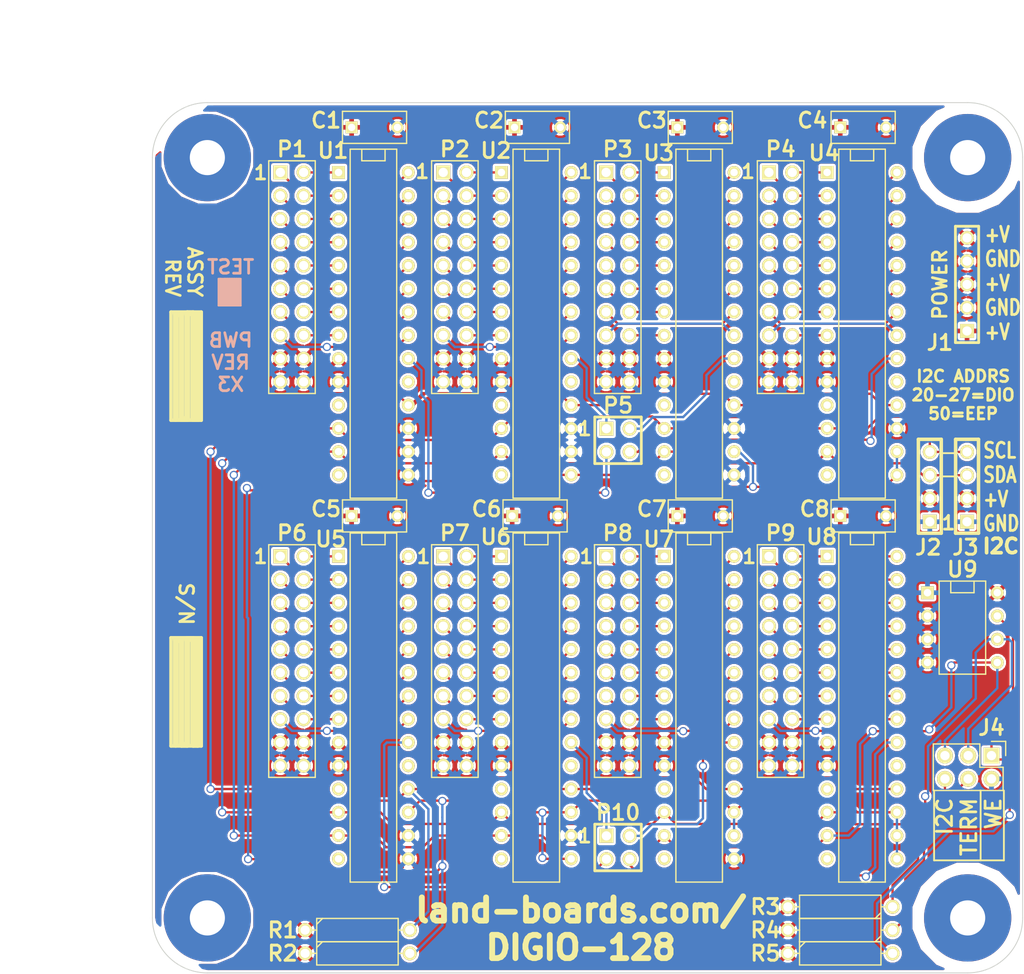
<source format=kicad_pcb>
(kicad_pcb (version 4) (host pcbnew 4.0.1-stable)
  (title_block (title "8-Channel Opto-Isolated Output I2C") (rev X1) (company land-boards.com))
  (layers (0 F.Cu signal hide) (31 B.Cu signal hide) (36 B.SilkS user hide) (37 F.SilkS user hide) (38 B.Mask user) (39 F.Mask user) (44 Edge.Cuts user))
  (net 0 "")
  (net 1 /16-bits-1/GP0)
  (net 2 /16-bits-1/GP1)
  (net 3 /16-bits-1/GP10)
  (net 4 /16-bits-1/GP11)
  (net 5 /16-bits-1/GP12)
  (net 6 /16-bits-1/GP13)
  (net 7 /16-bits-1/GP14)
  (net 8 /16-bits-1/GP15)
  (net 9 /16-bits-1/GP2)
  (net 10 /16-bits-1/GP3)
  (net 11 /16-bits-1/GP4)
  (net 12 /16-bits-1/GP5)
  (net 13 /16-bits-1/GP6)
  (net 14 /16-bits-1/GP7)
  (net 15 /16-bits-1/GP8)
  (net 16 /16-bits-1/GP9)
  (net 17 /16-bits-1/INTA)
  (net 18 /16-bits-1/RST)
  (net 19 /16-bits-1/SCL)
  (net 20 /16-bits-1/SDA)
  (net 21 /16-bits-1/VCC)
  (net 22 /16-bits-2/A0)
  (net 23 /16-bits-2/GP0)
  (net 24 /16-bits-2/GP1)
  (net 25 /16-bits-2/GP10)
  (net 26 /16-bits-2/GP11)
  (net 27 /16-bits-2/GP12)
  (net 28 /16-bits-2/GP13)
  (net 29 /16-bits-2/GP14)
  (net 30 /16-bits-2/GP15)
  (net 31 /16-bits-2/GP2)
  (net 32 /16-bits-2/GP3)
  (net 33 /16-bits-2/GP4)
  (net 34 /16-bits-2/GP5)
  (net 35 /16-bits-2/GP6)
  (net 36 /16-bits-2/GP7)
  (net 37 /16-bits-2/GP8)
  (net 38 /16-bits-2/GP9)
  (net 39 /16-bits-2/INTA)
  (net 40 /16-bits-3/GP0)
  (net 41 /16-bits-3/GP1)
  (net 42 /16-bits-3/GP10)
  (net 43 /16-bits-3/GP11)
  (net 44 /16-bits-3/GP12)
  (net 45 /16-bits-3/GP13)
  (net 46 /16-bits-3/GP14)
  (net 47 /16-bits-3/GP15)
  (net 48 /16-bits-3/GP2)
  (net 49 /16-bits-3/GP3)
  (net 50 /16-bits-3/GP4)
  (net 51 /16-bits-3/GP5)
  (net 52 /16-bits-3/GP6)
  (net 53 /16-bits-3/GP7)
  (net 54 /16-bits-3/GP8)
  (net 55 /16-bits-3/GP9)
  (net 56 /16-bits-3/INTA)
  (net 57 /16-bits-4/GP0)
  (net 58 /16-bits-4/GP1)
  (net 59 /16-bits-4/GP10)
  (net 60 /16-bits-4/GP11)
  (net 61 /16-bits-4/GP12)
  (net 62 /16-bits-4/GP13)
  (net 63 /16-bits-4/GP14)
  (net 64 /16-bits-4/GP15)
  (net 65 /16-bits-4/GP2)
  (net 66 /16-bits-4/GP3)
  (net 67 /16-bits-4/GP4)
  (net 68 /16-bits-4/GP5)
  (net 69 /16-bits-4/GP6)
  (net 70 /16-bits-4/GP7)
  (net 71 /16-bits-4/GP8)
  (net 72 /16-bits-4/GP9)
  (net 73 /16-bits-4/INTA)
  (net 74 /16-bits-5/GP0)
  (net 75 /16-bits-5/GP1)
  (net 76 /16-bits-5/GP10)
  (net 77 /16-bits-5/GP11)
  (net 78 /16-bits-5/GP12)
  (net 79 /16-bits-5/GP13)
  (net 80 /16-bits-5/GP14)
  (net 81 /16-bits-5/GP15)
  (net 82 /16-bits-5/GP2)
  (net 83 /16-bits-5/GP3)
  (net 84 /16-bits-5/GP4)
  (net 85 /16-bits-5/GP5)
  (net 86 /16-bits-5/GP6)
  (net 87 /16-bits-5/GP7)
  (net 88 /16-bits-5/GP8)
  (net 89 /16-bits-5/GP9)
  (net 90 /16-bits-5/INTA)
  (net 91 /16-bits-6/GP0)
  (net 92 /16-bits-6/GP1)
  (net 93 /16-bits-6/GP10)
  (net 94 /16-bits-6/GP11)
  (net 95 /16-bits-6/GP12)
  (net 96 /16-bits-6/GP13)
  (net 97 /16-bits-6/GP14)
  (net 98 /16-bits-6/GP15)
  (net 99 /16-bits-6/GP2)
  (net 100 /16-bits-6/GP3)
  (net 101 /16-bits-6/GP4)
  (net 102 /16-bits-6/GP5)
  (net 103 /16-bits-6/GP6)
  (net 104 /16-bits-6/GP7)
  (net 105 /16-bits-6/GP8)
  (net 106 /16-bits-6/GP9)
  (net 107 /16-bits-6/INTA)
  (net 108 /16-bits-7/GP0)
  (net 109 /16-bits-7/GP1)
  (net 110 /16-bits-7/GP10)
  (net 111 /16-bits-7/GP11)
  (net 112 /16-bits-7/GP12)
  (net 113 /16-bits-7/GP13)
  (net 114 /16-bits-7/GP14)
  (net 115 /16-bits-7/GP15)
  (net 116 /16-bits-7/GP2)
  (net 117 /16-bits-7/GP3)
  (net 118 /16-bits-7/GP4)
  (net 119 /16-bits-7/GP5)
  (net 120 /16-bits-7/GP6)
  (net 121 /16-bits-7/GP7)
  (net 122 /16-bits-7/GP8)
  (net 123 /16-bits-7/GP9)
  (net 124 /16-bits-7/INTA)
  (net 125 /16-bits-8/GP0)
  (net 126 /16-bits-8/GP1)
  (net 127 /16-bits-8/GP10)
  (net 128 /16-bits-8/GP11)
  (net 129 /16-bits-8/GP12)
  (net 130 /16-bits-8/GP13)
  (net 131 /16-bits-8/GP14)
  (net 132 /16-bits-8/GP15)
  (net 133 /16-bits-8/GP2)
  (net 134 /16-bits-8/GP3)
  (net 135 /16-bits-8/GP4)
  (net 136 /16-bits-8/GP5)
  (net 137 /16-bits-8/GP6)
  (net 138 /16-bits-8/GP7)
  (net 139 /16-bits-8/GP8)
  (net 140 /16-bits-8/GP9)
  (net 141 /16-bits-8/INTA)
  (net 142 GND)
  (net 143 "Net-(J4-Pad4)")
  (net 144 "Net-(J4-Pad6)")
  (net 145 /WE)
  (module pin_array_4x1 (layer F.Cu) (at 139.869 95.753)
    (fp_text reference J2 (at -0.169 2.799) (layer F.SilkS) (effects (font (size 1.651 1.651) (thickness 0.3175))))
    (fp_text value CONN_4 hide)
    (pad 1 thru_hole rect (at 0 0) (size 1.524 1.524) (drill 1.016) (layers *.Cu *.Mask F.SilkS) (net 142 GND))
    (pad 2 thru_hole circle (at 0 -2.54) (size 1.524 1.524) (drill 1.016) (layers *.Cu *.Mask F.SilkS) (net 21 /16-bits-1/VCC))
    (pad 3 thru_hole circle (at 0 -5.08) (size 1.524 1.524) (drill 1.016) (layers *.Cu *.Mask F.SilkS) (net 20 /16-bits-1/SDA))
    (pad 4 thru_hole circle (at 0 -7.62) (size 1.524 1.524) (drill 1.016) (layers *.Cu *.Mask F.SilkS) (net 19 /16-bits-1/SCL))
  )
  (module MTG-6-32 (layer F.Cu) (at 61 56 180)
    (fp_text reference MTG4 hide)
    (fp_text value MTG_HOLE hide)
    (pad 1 thru_hole circle (at 0 0 180) (size 9.525 9.525) (drill 3.8354) (layers *.Cu *.Mask))
  )
  (module MTG-6-32 (layer F.Cu) (at 144 56 180)
    (fp_text reference MTG3 hide)
    (fp_text value MTG_HOLE hide)
    (pad 1 thru_hole circle (at 0 0 180) (size 9.525 9.525) (drill 3.8354) (layers *.Cu *.Mask) (clearance 1.27))
  )
  (module MTG-6-32 (layer F.Cu) (at 61 139 180)
    (fp_text reference MTG2 hide)
    (fp_text value MTG_HOLE hide)
    (pad 1 thru_hole circle (at 0 0 180) (size 9.525 9.525) (drill 3.8354) (layers *.Cu *.Mask))
  )
  (module MTG-6-32 (layer F.Cu) (at 144 139 180)
    (fp_text reference MTG1 hide)
    (fp_text value MTG_HOLE hide)
    (pad 1 thru_hole circle (at 0 0 180) (size 9.525 9.525) (drill 3.8354) (layers *.Cu *.Mask) (clearance 1.27))
  )
  (module PIN_ARRAY_10X2 (layer F.Cu) (at 123.58 69.05 270)
    (fp_text reference P4 (at -13.97 0 360) (layer F.SilkS) (effects (font (size 1.651 1.651) (thickness 0.3175))))
    (fp_text value CONN_20 hide)
    (pad 1 thru_hole rect (at -11.43 1.27 270) (size 1.524 1.524) (drill 1.016) (layers *.Cu *.Mask F.SilkS) (net 70 /16-bits-4/GP7))
    (pad 2 thru_hole circle (at -11.43 -1.27 270) (size 1.524 1.524) (drill 1.016) (layers *.Cu *.Mask F.SilkS) (net 71 /16-bits-4/GP8))
    (pad 3 thru_hole circle (at -8.89 1.27 270) (size 1.524 1.524) (drill 1.016) (layers *.Cu *.Mask F.SilkS) (net 69 /16-bits-4/GP6))
    (pad 4 thru_hole circle (at -8.89 -1.27 270) (size 1.524 1.524) (drill 1.016) (layers *.Cu *.Mask F.SilkS) (net 72 /16-bits-4/GP9))
    (pad 5 thru_hole circle (at -6.35 1.27 270) (size 1.524 1.524) (drill 1.016) (layers *.Cu *.Mask F.SilkS) (net 68 /16-bits-4/GP5))
    (pad 6 thru_hole circle (at -6.35 -1.27 270) (size 1.524 1.524) (drill 1.016) (layers *.Cu *.Mask F.SilkS) (net 59 /16-bits-4/GP10))
    (pad 7 thru_hole circle (at -3.81 1.27 270) (size 1.524 1.524) (drill 1.016) (layers *.Cu *.Mask F.SilkS) (net 67 /16-bits-4/GP4))
    (pad 8 thru_hole circle (at -3.81 -1.27 270) (size 1.524 1.524) (drill 1.016) (layers *.Cu *.Mask F.SilkS) (net 60 /16-bits-4/GP11))
    (pad 9 thru_hole circle (at -1.27 1.27 270) (size 1.524 1.524) (drill 1.016) (layers *.Cu *.Mask F.SilkS) (net 66 /16-bits-4/GP3))
    (pad 10 thru_hole circle (at -1.27 -1.27 270) (size 1.524 1.524) (drill 1.016) (layers *.Cu *.Mask F.SilkS) (net 61 /16-bits-4/GP12))
    (pad 11 thru_hole circle (at 1.27 1.27 270) (size 1.524 1.524) (drill 1.016) (layers *.Cu *.Mask F.SilkS) (net 65 /16-bits-4/GP2))
    (pad 12 thru_hole circle (at 1.27 -1.27 270) (size 1.524 1.524) (drill 1.016) (layers *.Cu *.Mask F.SilkS) (net 62 /16-bits-4/GP13))
    (pad 13 thru_hole circle (at 3.81 1.27 270) (size 1.524 1.524) (drill 1.016) (layers *.Cu *.Mask F.SilkS) (net 58 /16-bits-4/GP1))
    (pad 14 thru_hole circle (at 3.81 -1.27 270) (size 1.524 1.524) (drill 1.016) (layers *.Cu *.Mask F.SilkS) (net 63 /16-bits-4/GP14))
    (pad 15 thru_hole circle (at 6.35 1.27 270) (size 1.524 1.524) (drill 1.016) (layers *.Cu *.Mask F.SilkS) (net 57 /16-bits-4/GP0))
    (pad 16 thru_hole circle (at 6.35 -1.27 270) (size 1.524 1.524) (drill 1.016) (layers *.Cu *.Mask F.SilkS) (net 64 /16-bits-4/GP15))
    (pad 17 thru_hole circle (at 8.89 1.27 270) (size 1.524 1.524) (drill 1.016) (layers *.Cu *.Mask F.SilkS) (net 21 /16-bits-1/VCC))
    (pad 18 thru_hole circle (at 8.89 -1.27 270) (size 1.524 1.524) (drill 1.016) (layers *.Cu *.Mask F.SilkS) (net 21 /16-bits-1/VCC))
    (pad 19 thru_hole circle (at 11.43 1.27 270) (size 1.524 1.524) (drill 1.016) (layers *.Cu *.Mask F.SilkS) (net 142 GND))
    (pad 20 thru_hole circle (at 11.43 -1.27 270) (size 1.524 1.524) (drill 1.016) (layers *.Cu *.Mask F.SilkS) (net 142 GND))
  )
  (module PIN_ARRAY_10X2 (layer F.Cu) (at 105.8 69.05 270)
    (fp_text reference P3 (at -13.97 0 360) (layer F.SilkS) (effects (font (size 1.651 1.651) (thickness 0.3175))))
    (fp_text value CONN_20 hide)
    (pad 1 thru_hole rect (at -11.43 1.27 270) (size 1.524 1.524) (drill 1.016) (layers *.Cu *.Mask F.SilkS) (net 53 /16-bits-3/GP7))
    (pad 2 thru_hole circle (at -11.43 -1.27 270) (size 1.524 1.524) (drill 1.016) (layers *.Cu *.Mask F.SilkS) (net 54 /16-bits-3/GP8))
    (pad 3 thru_hole circle (at -8.89 1.27 270) (size 1.524 1.524) (drill 1.016) (layers *.Cu *.Mask F.SilkS) (net 52 /16-bits-3/GP6))
    (pad 4 thru_hole circle (at -8.89 -1.27 270) (size 1.524 1.524) (drill 1.016) (layers *.Cu *.Mask F.SilkS) (net 55 /16-bits-3/GP9))
    (pad 5 thru_hole circle (at -6.35 1.27 270) (size 1.524 1.524) (drill 1.016) (layers *.Cu *.Mask F.SilkS) (net 51 /16-bits-3/GP5))
    (pad 6 thru_hole circle (at -6.35 -1.27 270) (size 1.524 1.524) (drill 1.016) (layers *.Cu *.Mask F.SilkS) (net 42 /16-bits-3/GP10))
    (pad 7 thru_hole circle (at -3.81 1.27 270) (size 1.524 1.524) (drill 1.016) (layers *.Cu *.Mask F.SilkS) (net 50 /16-bits-3/GP4))
    (pad 8 thru_hole circle (at -3.81 -1.27 270) (size 1.524 1.524) (drill 1.016) (layers *.Cu *.Mask F.SilkS) (net 43 /16-bits-3/GP11))
    (pad 9 thru_hole circle (at -1.27 1.27 270) (size 1.524 1.524) (drill 1.016) (layers *.Cu *.Mask F.SilkS) (net 49 /16-bits-3/GP3))
    (pad 10 thru_hole circle (at -1.27 -1.27 270) (size 1.524 1.524) (drill 1.016) (layers *.Cu *.Mask F.SilkS) (net 44 /16-bits-3/GP12))
    (pad 11 thru_hole circle (at 1.27 1.27 270) (size 1.524 1.524) (drill 1.016) (layers *.Cu *.Mask F.SilkS) (net 48 /16-bits-3/GP2))
    (pad 12 thru_hole circle (at 1.27 -1.27 270) (size 1.524 1.524) (drill 1.016) (layers *.Cu *.Mask F.SilkS) (net 45 /16-bits-3/GP13))
    (pad 13 thru_hole circle (at 3.81 1.27 270) (size 1.524 1.524) (drill 1.016) (layers *.Cu *.Mask F.SilkS) (net 41 /16-bits-3/GP1))
    (pad 14 thru_hole circle (at 3.81 -1.27 270) (size 1.524 1.524) (drill 1.016) (layers *.Cu *.Mask F.SilkS) (net 46 /16-bits-3/GP14))
    (pad 15 thru_hole circle (at 6.35 1.27 270) (size 1.524 1.524) (drill 1.016) (layers *.Cu *.Mask F.SilkS) (net 40 /16-bits-3/GP0))
    (pad 16 thru_hole circle (at 6.35 -1.27 270) (size 1.524 1.524) (drill 1.016) (layers *.Cu *.Mask F.SilkS) (net 47 /16-bits-3/GP15))
    (pad 17 thru_hole circle (at 8.89 1.27 270) (size 1.524 1.524) (drill 1.016) (layers *.Cu *.Mask F.SilkS) (net 21 /16-bits-1/VCC))
    (pad 18 thru_hole circle (at 8.89 -1.27 270) (size 1.524 1.524) (drill 1.016) (layers *.Cu *.Mask F.SilkS) (net 21 /16-bits-1/VCC))
    (pad 19 thru_hole circle (at 11.43 1.27 270) (size 1.524 1.524) (drill 1.016) (layers *.Cu *.Mask F.SilkS) (net 142 GND))
    (pad 20 thru_hole circle (at 11.43 -1.27 270) (size 1.524 1.524) (drill 1.016) (layers *.Cu *.Mask F.SilkS) (net 142 GND))
  )
  (module PIN_ARRAY_10X2 (layer F.Cu) (at 88.02 69.05 270)
    (fp_text reference P2 (at -13.97 0 360) (layer F.SilkS) (effects (font (size 1.651 1.651) (thickness 0.3175))))
    (fp_text value CONN_20 hide)
    (pad 1 thru_hole rect (at -11.43 1.27 270) (size 1.524 1.524) (drill 1.016) (layers *.Cu *.Mask F.SilkS) (net 36 /16-bits-2/GP7))
    (pad 2 thru_hole circle (at -11.43 -1.27 270) (size 1.524 1.524) (drill 1.016) (layers *.Cu *.Mask F.SilkS) (net 37 /16-bits-2/GP8))
    (pad 3 thru_hole circle (at -8.89 1.27 270) (size 1.524 1.524) (drill 1.016) (layers *.Cu *.Mask F.SilkS) (net 35 /16-bits-2/GP6))
    (pad 4 thru_hole circle (at -8.89 -1.27 270) (size 1.524 1.524) (drill 1.016) (layers *.Cu *.Mask F.SilkS) (net 38 /16-bits-2/GP9))
    (pad 5 thru_hole circle (at -6.35 1.27 270) (size 1.524 1.524) (drill 1.016) (layers *.Cu *.Mask F.SilkS) (net 34 /16-bits-2/GP5))
    (pad 6 thru_hole circle (at -6.35 -1.27 270) (size 1.524 1.524) (drill 1.016) (layers *.Cu *.Mask F.SilkS) (net 25 /16-bits-2/GP10))
    (pad 7 thru_hole circle (at -3.81 1.27 270) (size 1.524 1.524) (drill 1.016) (layers *.Cu *.Mask F.SilkS) (net 33 /16-bits-2/GP4))
    (pad 8 thru_hole circle (at -3.81 -1.27 270) (size 1.524 1.524) (drill 1.016) (layers *.Cu *.Mask F.SilkS) (net 26 /16-bits-2/GP11))
    (pad 9 thru_hole circle (at -1.27 1.27 270) (size 1.524 1.524) (drill 1.016) (layers *.Cu *.Mask F.SilkS) (net 32 /16-bits-2/GP3))
    (pad 10 thru_hole circle (at -1.27 -1.27 270) (size 1.524 1.524) (drill 1.016) (layers *.Cu *.Mask F.SilkS) (net 27 /16-bits-2/GP12))
    (pad 11 thru_hole circle (at 1.27 1.27 270) (size 1.524 1.524) (drill 1.016) (layers *.Cu *.Mask F.SilkS) (net 31 /16-bits-2/GP2))
    (pad 12 thru_hole circle (at 1.27 -1.27 270) (size 1.524 1.524) (drill 1.016) (layers *.Cu *.Mask F.SilkS) (net 28 /16-bits-2/GP13))
    (pad 13 thru_hole circle (at 3.81 1.27 270) (size 1.524 1.524) (drill 1.016) (layers *.Cu *.Mask F.SilkS) (net 24 /16-bits-2/GP1))
    (pad 14 thru_hole circle (at 3.81 -1.27 270) (size 1.524 1.524) (drill 1.016) (layers *.Cu *.Mask F.SilkS) (net 29 /16-bits-2/GP14))
    (pad 15 thru_hole circle (at 6.35 1.27 270) (size 1.524 1.524) (drill 1.016) (layers *.Cu *.Mask F.SilkS) (net 23 /16-bits-2/GP0))
    (pad 16 thru_hole circle (at 6.35 -1.27 270) (size 1.524 1.524) (drill 1.016) (layers *.Cu *.Mask F.SilkS) (net 30 /16-bits-2/GP15))
    (pad 17 thru_hole circle (at 8.89 1.27 270) (size 1.524 1.524) (drill 1.016) (layers *.Cu *.Mask F.SilkS) (net 21 /16-bits-1/VCC))
    (pad 18 thru_hole circle (at 8.89 -1.27 270) (size 1.524 1.524) (drill 1.016) (layers *.Cu *.Mask F.SilkS) (net 21 /16-bits-1/VCC))
    (pad 19 thru_hole circle (at 11.43 1.27 270) (size 1.524 1.524) (drill 1.016) (layers *.Cu *.Mask F.SilkS) (net 142 GND))
    (pad 20 thru_hole circle (at 11.43 -1.27 270) (size 1.524 1.524) (drill 1.016) (layers *.Cu *.Mask F.SilkS) (net 142 GND))
  )
  (module PIN_ARRAY_10X2 (layer F.Cu) (at 70.24 69.05 270)
    (fp_text reference P1 (at -13.97 0 360) (layer F.SilkS) (effects (font (size 1.651 1.651) (thickness 0.3175))))
    (fp_text value CONN_20 hide)
    (pad 1 thru_hole rect (at -11.43 1.27 270) (size 1.524 1.524) (drill 1.016) (layers *.Cu *.Mask F.SilkS) (net 14 /16-bits-1/GP7))
    (pad 2 thru_hole circle (at -11.43 -1.27 270) (size 1.524 1.524) (drill 1.016) (layers *.Cu *.Mask F.SilkS) (net 15 /16-bits-1/GP8))
    (pad 3 thru_hole circle (at -8.89 1.27 270) (size 1.524 1.524) (drill 1.016) (layers *.Cu *.Mask F.SilkS) (net 13 /16-bits-1/GP6))
    (pad 4 thru_hole circle (at -8.89 -1.27 270) (size 1.524 1.524) (drill 1.016) (layers *.Cu *.Mask F.SilkS) (net 16 /16-bits-1/GP9))
    (pad 5 thru_hole circle (at -6.35 1.27 270) (size 1.524 1.524) (drill 1.016) (layers *.Cu *.Mask F.SilkS) (net 12 /16-bits-1/GP5))
    (pad 6 thru_hole circle (at -6.35 -1.27 270) (size 1.524 1.524) (drill 1.016) (layers *.Cu *.Mask F.SilkS) (net 3 /16-bits-1/GP10))
    (pad 7 thru_hole circle (at -3.81 1.27 270) (size 1.524 1.524) (drill 1.016) (layers *.Cu *.Mask F.SilkS) (net 11 /16-bits-1/GP4))
    (pad 8 thru_hole circle (at -3.81 -1.27 270) (size 1.524 1.524) (drill 1.016) (layers *.Cu *.Mask F.SilkS) (net 4 /16-bits-1/GP11))
    (pad 9 thru_hole circle (at -1.27 1.27 270) (size 1.524 1.524) (drill 1.016) (layers *.Cu *.Mask F.SilkS) (net 10 /16-bits-1/GP3))
    (pad 10 thru_hole circle (at -1.27 -1.27 270) (size 1.524 1.524) (drill 1.016) (layers *.Cu *.Mask F.SilkS) (net 5 /16-bits-1/GP12))
    (pad 11 thru_hole circle (at 1.27 1.27 270) (size 1.524 1.524) (drill 1.016) (layers *.Cu *.Mask F.SilkS) (net 9 /16-bits-1/GP2))
    (pad 12 thru_hole circle (at 1.27 -1.27 270) (size 1.524 1.524) (drill 1.016) (layers *.Cu *.Mask F.SilkS) (net 6 /16-bits-1/GP13))
    (pad 13 thru_hole circle (at 3.81 1.27 270) (size 1.524 1.524) (drill 1.016) (layers *.Cu *.Mask F.SilkS) (net 2 /16-bits-1/GP1))
    (pad 14 thru_hole circle (at 3.81 -1.27 270) (size 1.524 1.524) (drill 1.016) (layers *.Cu *.Mask F.SilkS) (net 7 /16-bits-1/GP14))
    (pad 15 thru_hole circle (at 6.35 1.27 270) (size 1.524 1.524) (drill 1.016) (layers *.Cu *.Mask F.SilkS) (net 1 /16-bits-1/GP0))
    (pad 16 thru_hole circle (at 6.35 -1.27 270) (size 1.524 1.524) (drill 1.016) (layers *.Cu *.Mask F.SilkS) (net 8 /16-bits-1/GP15))
    (pad 17 thru_hole circle (at 8.89 1.27 270) (size 1.524 1.524) (drill 1.016) (layers *.Cu *.Mask F.SilkS) (net 21 /16-bits-1/VCC))
    (pad 18 thru_hole circle (at 8.89 -1.27 270) (size 1.524 1.524) (drill 1.016) (layers *.Cu *.Mask F.SilkS) (net 21 /16-bits-1/VCC))
    (pad 19 thru_hole circle (at 11.43 1.27 270) (size 1.524 1.524) (drill 1.016) (layers *.Cu *.Mask F.SilkS) (net 142 GND))
    (pad 20 thru_hole circle (at 11.43 -1.27 270) (size 1.524 1.524) (drill 1.016) (layers *.Cu *.Mask F.SilkS) (net 142 GND))
  )
  (module pin_array_4x1 (layer F.Cu) (at 143.933 95.753)
    (fp_text reference J3 (at -0.169 2.799) (layer F.SilkS) (effects (font (size 1.651 1.651) (thickness 0.3175))))
    (fp_text value CONN_4 hide)
    (pad 1 thru_hole rect (at 0 0) (size 1.524 1.524) (drill 1.016) (layers *.Cu *.Mask F.SilkS) (net 142 GND))
    (pad 2 thru_hole circle (at 0 -2.54) (size 1.524 1.524) (drill 1.016) (layers *.Cu *.Mask F.SilkS) (net 21 /16-bits-1/VCC))
    (pad 3 thru_hole circle (at 0 -5.08) (size 1.524 1.524) (drill 1.016) (layers *.Cu *.Mask F.SilkS) (net 20 /16-bits-1/SDA))
    (pad 4 thru_hole circle (at 0 -7.62) (size 1.524 1.524) (drill 1.016) (layers *.Cu *.Mask F.SilkS) (net 19 /16-bits-1/SCL))
  )
  (module PIN_ARRAY_10X2 (layer F.Cu) (at 88.02 110.96 270)
    (fp_text reference P7 (at -13.97 0 360) (layer F.SilkS) (effects (font (size 1.651 1.651) (thickness 0.3175))))
    (fp_text value CONN_20 hide)
    (pad 1 thru_hole rect (at -11.43 1.27 270) (size 1.524 1.524) (drill 1.016) (layers *.Cu *.Mask F.SilkS) (net 104 /16-bits-6/GP7))
    (pad 2 thru_hole circle (at -11.43 -1.27 270) (size 1.524 1.524) (drill 1.016) (layers *.Cu *.Mask F.SilkS) (net 105 /16-bits-6/GP8))
    (pad 3 thru_hole circle (at -8.89 1.27 270) (size 1.524 1.524) (drill 1.016) (layers *.Cu *.Mask F.SilkS) (net 103 /16-bits-6/GP6))
    (pad 4 thru_hole circle (at -8.89 -1.27 270) (size 1.524 1.524) (drill 1.016) (layers *.Cu *.Mask F.SilkS) (net 106 /16-bits-6/GP9))
    (pad 5 thru_hole circle (at -6.35 1.27 270) (size 1.524 1.524) (drill 1.016) (layers *.Cu *.Mask F.SilkS) (net 102 /16-bits-6/GP5))
    (pad 6 thru_hole circle (at -6.35 -1.27 270) (size 1.524 1.524) (drill 1.016) (layers *.Cu *.Mask F.SilkS) (net 93 /16-bits-6/GP10))
    (pad 7 thru_hole circle (at -3.81 1.27 270) (size 1.524 1.524) (drill 1.016) (layers *.Cu *.Mask F.SilkS) (net 101 /16-bits-6/GP4))
    (pad 8 thru_hole circle (at -3.81 -1.27 270) (size 1.524 1.524) (drill 1.016) (layers *.Cu *.Mask F.SilkS) (net 94 /16-bits-6/GP11))
    (pad 9 thru_hole circle (at -1.27 1.27 270) (size 1.524 1.524) (drill 1.016) (layers *.Cu *.Mask F.SilkS) (net 100 /16-bits-6/GP3))
    (pad 10 thru_hole circle (at -1.27 -1.27 270) (size 1.524 1.524) (drill 1.016) (layers *.Cu *.Mask F.SilkS) (net 95 /16-bits-6/GP12))
    (pad 11 thru_hole circle (at 1.27 1.27 270) (size 1.524 1.524) (drill 1.016) (layers *.Cu *.Mask F.SilkS) (net 99 /16-bits-6/GP2))
    (pad 12 thru_hole circle (at 1.27 -1.27 270) (size 1.524 1.524) (drill 1.016) (layers *.Cu *.Mask F.SilkS) (net 96 /16-bits-6/GP13))
    (pad 13 thru_hole circle (at 3.81 1.27 270) (size 1.524 1.524) (drill 1.016) (layers *.Cu *.Mask F.SilkS) (net 92 /16-bits-6/GP1))
    (pad 14 thru_hole circle (at 3.81 -1.27 270) (size 1.524 1.524) (drill 1.016) (layers *.Cu *.Mask F.SilkS) (net 97 /16-bits-6/GP14))
    (pad 15 thru_hole circle (at 6.35 1.27 270) (size 1.524 1.524) (drill 1.016) (layers *.Cu *.Mask F.SilkS) (net 91 /16-bits-6/GP0))
    (pad 16 thru_hole circle (at 6.35 -1.27 270) (size 1.524 1.524) (drill 1.016) (layers *.Cu *.Mask F.SilkS) (net 98 /16-bits-6/GP15))
    (pad 17 thru_hole circle (at 8.89 1.27 270) (size 1.524 1.524) (drill 1.016) (layers *.Cu *.Mask F.SilkS) (net 21 /16-bits-1/VCC))
    (pad 18 thru_hole circle (at 8.89 -1.27 270) (size 1.524 1.524) (drill 1.016) (layers *.Cu *.Mask F.SilkS) (net 21 /16-bits-1/VCC))
    (pad 19 thru_hole circle (at 11.43 1.27 270) (size 1.524 1.524) (drill 1.016) (layers *.Cu *.Mask F.SilkS) (net 142 GND))
    (pad 20 thru_hole circle (at 11.43 -1.27 270) (size 1.524 1.524) (drill 1.016) (layers *.Cu *.Mask F.SilkS) (net 142 GND))
  )
  (module PIN_ARRAY_10X2 (layer F.Cu) (at 105.8 110.96 270)
    (fp_text reference P8 (at -13.97 0 360) (layer F.SilkS) (effects (font (size 1.651 1.651) (thickness 0.3175))))
    (fp_text value CONN_20 hide)
    (pad 1 thru_hole rect (at -11.43 1.27 270) (size 1.524 1.524) (drill 1.016) (layers *.Cu *.Mask F.SilkS) (net 121 /16-bits-7/GP7))
    (pad 2 thru_hole circle (at -11.43 -1.27 270) (size 1.524 1.524) (drill 1.016) (layers *.Cu *.Mask F.SilkS) (net 122 /16-bits-7/GP8))
    (pad 3 thru_hole circle (at -8.89 1.27 270) (size 1.524 1.524) (drill 1.016) (layers *.Cu *.Mask F.SilkS) (net 120 /16-bits-7/GP6))
    (pad 4 thru_hole circle (at -8.89 -1.27 270) (size 1.524 1.524) (drill 1.016) (layers *.Cu *.Mask F.SilkS) (net 123 /16-bits-7/GP9))
    (pad 5 thru_hole circle (at -6.35 1.27 270) (size 1.524 1.524) (drill 1.016) (layers *.Cu *.Mask F.SilkS) (net 119 /16-bits-7/GP5))
    (pad 6 thru_hole circle (at -6.35 -1.27 270) (size 1.524 1.524) (drill 1.016) (layers *.Cu *.Mask F.SilkS) (net 110 /16-bits-7/GP10))
    (pad 7 thru_hole circle (at -3.81 1.27 270) (size 1.524 1.524) (drill 1.016) (layers *.Cu *.Mask F.SilkS) (net 118 /16-bits-7/GP4))
    (pad 8 thru_hole circle (at -3.81 -1.27 270) (size 1.524 1.524) (drill 1.016) (layers *.Cu *.Mask F.SilkS) (net 111 /16-bits-7/GP11))
    (pad 9 thru_hole circle (at -1.27 1.27 270) (size 1.524 1.524) (drill 1.016) (layers *.Cu *.Mask F.SilkS) (net 117 /16-bits-7/GP3))
    (pad 10 thru_hole circle (at -1.27 -1.27 270) (size 1.524 1.524) (drill 1.016) (layers *.Cu *.Mask F.SilkS) (net 112 /16-bits-7/GP12))
    (pad 11 thru_hole circle (at 1.27 1.27 270) (size 1.524 1.524) (drill 1.016) (layers *.Cu *.Mask F.SilkS) (net 116 /16-bits-7/GP2))
    (pad 12 thru_hole circle (at 1.27 -1.27 270) (size 1.524 1.524) (drill 1.016) (layers *.Cu *.Mask F.SilkS) (net 113 /16-bits-7/GP13))
    (pad 13 thru_hole circle (at 3.81 1.27 270) (size 1.524 1.524) (drill 1.016) (layers *.Cu *.Mask F.SilkS) (net 109 /16-bits-7/GP1))
    (pad 14 thru_hole circle (at 3.81 -1.27 270) (size 1.524 1.524) (drill 1.016) (layers *.Cu *.Mask F.SilkS) (net 114 /16-bits-7/GP14))
    (pad 15 thru_hole circle (at 6.35 1.27 270) (size 1.524 1.524) (drill 1.016) (layers *.Cu *.Mask F.SilkS) (net 108 /16-bits-7/GP0))
    (pad 16 thru_hole circle (at 6.35 -1.27 270) (size 1.524 1.524) (drill 1.016) (layers *.Cu *.Mask F.SilkS) (net 115 /16-bits-7/GP15))
    (pad 17 thru_hole circle (at 8.89 1.27 270) (size 1.524 1.524) (drill 1.016) (layers *.Cu *.Mask F.SilkS) (net 21 /16-bits-1/VCC))
    (pad 18 thru_hole circle (at 8.89 -1.27 270) (size 1.524 1.524) (drill 1.016) (layers *.Cu *.Mask F.SilkS) (net 21 /16-bits-1/VCC))
    (pad 19 thru_hole circle (at 11.43 1.27 270) (size 1.524 1.524) (drill 1.016) (layers *.Cu *.Mask F.SilkS) (net 142 GND))
    (pad 20 thru_hole circle (at 11.43 -1.27 270) (size 1.524 1.524) (drill 1.016) (layers *.Cu *.Mask F.SilkS) (net 142 GND))
  )
  (module PIN_ARRAY_10X2 (layer F.Cu) (at 123.58 110.96 270)
    (fp_text reference P9 (at -13.97 0 360) (layer F.SilkS) (effects (font (size 1.651 1.651) (thickness 0.3175))))
    (fp_text value CONN_20 hide)
    (pad 1 thru_hole rect (at -11.43 1.27 270) (size 1.524 1.524) (drill 1.016) (layers *.Cu *.Mask F.SilkS) (net 138 /16-bits-8/GP7))
    (pad 2 thru_hole circle (at -11.43 -1.27 270) (size 1.524 1.524) (drill 1.016) (layers *.Cu *.Mask F.SilkS) (net 139 /16-bits-8/GP8))
    (pad 3 thru_hole circle (at -8.89 1.27 270) (size 1.524 1.524) (drill 1.016) (layers *.Cu *.Mask F.SilkS) (net 137 /16-bits-8/GP6))
    (pad 4 thru_hole circle (at -8.89 -1.27 270) (size 1.524 1.524) (drill 1.016) (layers *.Cu *.Mask F.SilkS) (net 140 /16-bits-8/GP9))
    (pad 5 thru_hole circle (at -6.35 1.27 270) (size 1.524 1.524) (drill 1.016) (layers *.Cu *.Mask F.SilkS) (net 136 /16-bits-8/GP5))
    (pad 6 thru_hole circle (at -6.35 -1.27 270) (size 1.524 1.524) (drill 1.016) (layers *.Cu *.Mask F.SilkS) (net 127 /16-bits-8/GP10))
    (pad 7 thru_hole circle (at -3.81 1.27 270) (size 1.524 1.524) (drill 1.016) (layers *.Cu *.Mask F.SilkS) (net 135 /16-bits-8/GP4))
    (pad 8 thru_hole circle (at -3.81 -1.27 270) (size 1.524 1.524) (drill 1.016) (layers *.Cu *.Mask F.SilkS) (net 128 /16-bits-8/GP11))
    (pad 9 thru_hole circle (at -1.27 1.27 270) (size 1.524 1.524) (drill 1.016) (layers *.Cu *.Mask F.SilkS) (net 134 /16-bits-8/GP3))
    (pad 10 thru_hole circle (at -1.27 -1.27 270) (size 1.524 1.524) (drill 1.016) (layers *.Cu *.Mask F.SilkS) (net 129 /16-bits-8/GP12))
    (pad 11 thru_hole circle (at 1.27 1.27 270) (size 1.524 1.524) (drill 1.016) (layers *.Cu *.Mask F.SilkS) (net 133 /16-bits-8/GP2))
    (pad 12 thru_hole circle (at 1.27 -1.27 270) (size 1.524 1.524) (drill 1.016) (layers *.Cu *.Mask F.SilkS) (net 130 /16-bits-8/GP13))
    (pad 13 thru_hole circle (at 3.81 1.27 270) (size 1.524 1.524) (drill 1.016) (layers *.Cu *.Mask F.SilkS) (net 126 /16-bits-8/GP1))
    (pad 14 thru_hole circle (at 3.81 -1.27 270) (size 1.524 1.524) (drill 1.016) (layers *.Cu *.Mask F.SilkS) (net 131 /16-bits-8/GP14))
    (pad 15 thru_hole circle (at 6.35 1.27 270) (size 1.524 1.524) (drill 1.016) (layers *.Cu *.Mask F.SilkS) (net 125 /16-bits-8/GP0))
    (pad 16 thru_hole circle (at 6.35 -1.27 270) (size 1.524 1.524) (drill 1.016) (layers *.Cu *.Mask F.SilkS) (net 132 /16-bits-8/GP15))
    (pad 17 thru_hole circle (at 8.89 1.27 270) (size 1.524 1.524) (drill 1.016) (layers *.Cu *.Mask F.SilkS) (net 21 /16-bits-1/VCC))
    (pad 18 thru_hole circle (at 8.89 -1.27 270) (size 1.524 1.524) (drill 1.016) (layers *.Cu *.Mask F.SilkS) (net 21 /16-bits-1/VCC))
    (pad 19 thru_hole circle (at 11.43 1.27 270) (size 1.524 1.524) (drill 1.016) (layers *.Cu *.Mask F.SilkS) (net 142 GND))
    (pad 20 thru_hole circle (at 11.43 -1.27 270) (size 1.524 1.524) (drill 1.016) (layers *.Cu *.Mask F.SilkS) (net 142 GND))
  )
  (module PIN_ARRAY_2X2 (layer F.Cu) (at 105.833 131.313 270)
    (fp_text reference P10 (at -3.81 0 360) (layer F.SilkS) (effects (font (size 1.651 1.651) (thickness 0.3175))))
    (fp_text value CONN_2X2 hide)
    (pad 1 thru_hole rect (at -1.27 1.27 270) (size 1.524 1.524) (drill 1.016) (layers *.Cu *.Mask F.SilkS) (net 107 /16-bits-6/INTA))
    (pad 2 thru_hole circle (at -1.27 -1.27 270) (size 1.524 1.524) (drill 1.016) (layers *.Cu *.Mask F.SilkS) (net 124 /16-bits-7/INTA))
    (pad 3 thru_hole circle (at 1.27 1.27 270) (size 1.524 1.524) (drill 1.016) (layers *.Cu *.Mask F.SilkS) (net 90 /16-bits-5/INTA))
    (pad 4 thru_hole circle (at 1.27 -1.27 270) (size 1.524 1.524) (drill 1.016) (layers *.Cu *.Mask F.SilkS) (net 141 /16-bits-8/INTA))
  )
  (module PIN_ARRAY_2X2 (layer F.Cu) (at 105.833 86.863 270)
    (fp_text reference P5 (at -3.81 0 360) (layer F.SilkS) (effects (font (size 1.651 1.651) (thickness 0.3175))))
    (fp_text value CONN_2X2 hide)
    (pad 1 thru_hole rect (at -1.27 1.27 270) (size 1.524 1.524) (drill 1.016) (layers *.Cu *.Mask F.SilkS) (net 39 /16-bits-2/INTA))
    (pad 2 thru_hole circle (at -1.27 -1.27 270) (size 1.524 1.524) (drill 1.016) (layers *.Cu *.Mask F.SilkS) (net 56 /16-bits-3/INTA))
    (pad 3 thru_hole circle (at 1.27 1.27 270) (size 1.524 1.524) (drill 1.016) (layers *.Cu *.Mask F.SilkS) (net 17 /16-bits-1/INTA))
    (pad 4 thru_hole circle (at 1.27 -1.27 270) (size 1.524 1.524) (drill 1.016) (layers *.Cu *.Mask F.SilkS) (net 73 /16-bits-4/INTA))
  )
  (module PIN_ARRAY_10X2 (layer F.Cu) (at 70.24 110.96 270)
    (fp_text reference P6 (at -13.97 0 360) (layer F.SilkS) (effects (font (size 1.651 1.651) (thickness 0.3175))))
    (fp_text value CONN_20 hide)
    (pad 1 thru_hole rect (at -11.43 1.27 270) (size 1.524 1.524) (drill 1.016) (layers *.Cu *.Mask F.SilkS) (net 87 /16-bits-5/GP7))
    (pad 2 thru_hole circle (at -11.43 -1.27 270) (size 1.524 1.524) (drill 1.016) (layers *.Cu *.Mask F.SilkS) (net 88 /16-bits-5/GP8))
    (pad 3 thru_hole circle (at -8.89 1.27 270) (size 1.524 1.524) (drill 1.016) (layers *.Cu *.Mask F.SilkS) (net 86 /16-bits-5/GP6))
    (pad 4 thru_hole circle (at -8.89 -1.27 270) (size 1.524 1.524) (drill 1.016) (layers *.Cu *.Mask F.SilkS) (net 89 /16-bits-5/GP9))
    (pad 5 thru_hole circle (at -6.35 1.27 270) (size 1.524 1.524) (drill 1.016) (layers *.Cu *.Mask F.SilkS) (net 85 /16-bits-5/GP5))
    (pad 6 thru_hole circle (at -6.35 -1.27 270) (size 1.524 1.524) (drill 1.016) (layers *.Cu *.Mask F.SilkS) (net 76 /16-bits-5/GP10))
    (pad 7 thru_hole circle (at -3.81 1.27 270) (size 1.524 1.524) (drill 1.016) (layers *.Cu *.Mask F.SilkS) (net 84 /16-bits-5/GP4))
    (pad 8 thru_hole circle (at -3.81 -1.27 270) (size 1.524 1.524) (drill 1.016) (layers *.Cu *.Mask F.SilkS) (net 77 /16-bits-5/GP11))
    (pad 9 thru_hole circle (at -1.27 1.27 270) (size 1.524 1.524) (drill 1.016) (layers *.Cu *.Mask F.SilkS) (net 83 /16-bits-5/GP3))
    (pad 10 thru_hole circle (at -1.27 -1.27 270) (size 1.524 1.524) (drill 1.016) (layers *.Cu *.Mask F.SilkS) (net 78 /16-bits-5/GP12))
    (pad 11 thru_hole circle (at 1.27 1.27 270) (size 1.524 1.524) (drill 1.016) (layers *.Cu *.Mask F.SilkS) (net 82 /16-bits-5/GP2))
    (pad 12 thru_hole circle (at 1.27 -1.27 270) (size 1.524 1.524) (drill 1.016) (layers *.Cu *.Mask F.SilkS) (net 79 /16-bits-5/GP13))
    (pad 13 thru_hole circle (at 3.81 1.27 270) (size 1.524 1.524) (drill 1.016) (layers *.Cu *.Mask F.SilkS) (net 75 /16-bits-5/GP1))
    (pad 14 thru_hole circle (at 3.81 -1.27 270) (size 1.524 1.524) (drill 1.016) (layers *.Cu *.Mask F.SilkS) (net 80 /16-bits-5/GP14))
    (pad 15 thru_hole circle (at 6.35 1.27 270) (size 1.524 1.524) (drill 1.016) (layers *.Cu *.Mask F.SilkS) (net 74 /16-bits-5/GP0))
    (pad 16 thru_hole circle (at 6.35 -1.27 270) (size 1.524 1.524) (drill 1.016) (layers *.Cu *.Mask F.SilkS) (net 81 /16-bits-5/GP15))
    (pad 17 thru_hole circle (at 8.89 1.27 270) (size 1.524 1.524) (drill 1.016) (layers *.Cu *.Mask F.SilkS) (net 21 /16-bits-1/VCC))
    (pad 18 thru_hole circle (at 8.89 -1.27 270) (size 1.524 1.524) (drill 1.016) (layers *.Cu *.Mask F.SilkS) (net 21 /16-bits-1/VCC))
    (pad 19 thru_hole circle (at 11.43 1.27 270) (size 1.524 1.524) (drill 1.016) (layers *.Cu *.Mask F.SilkS) (net 142 GND))
    (pad 20 thru_hole circle (at 11.43 -1.27 270) (size 1.524 1.524) (drill 1.016) (layers *.Cu *.Mask F.SilkS) (net 142 GND))
  )
  (module PIN_ARRAY_5X1 (layer F.Cu) (at 143.933 69.845 90)
    (fp_text reference J1 (at -6.355 -2.963 180) (layer F.SilkS) (effects (font (size 1.651 1.651) (thickness 0.3175))))
    (fp_text value CONN_5 hide)
    (pad 1 thru_hole rect (at -5.08 0 90) (size 1.524 1.524) (drill 1.016) (layers *.Cu *.Mask F.SilkS) (net 21 /16-bits-1/VCC))
    (pad 2 thru_hole circle (at -2.54 0 90) (size 1.524 1.524) (drill 1.016) (layers *.Cu *.Mask F.SilkS) (net 142 GND))
    (pad 3 thru_hole circle (at 0 0 90) (size 1.524 1.524) (drill 1.016) (layers *.Cu *.Mask F.SilkS) (net 21 /16-bits-1/VCC))
    (pad 4 thru_hole circle (at 2.54 0 90) (size 1.524 1.524) (drill 1.016) (layers *.Cu *.Mask F.SilkS) (net 142 GND))
    (pad 5 thru_hole circle (at 5.08 0 90) (size 1.524 1.524) (drill 1.016) (layers *.Cu *.Mask F.SilkS) (net 21 /16-bits-1/VCC))
  )
  (module REV_BLOCK (layer F.Cu) (at 58.81 79.21 90)
    (fp_text reference COUP2 hide)
    (fp_text value COUPON hide)
  )
  (module REV_BLOCK (layer F.Cu) (at 58.81 114.77 90)
    (fp_text reference COUP1 hide)
    (fp_text value COUPON hide)
  )
  (module Discret:R4-5 (layer F.Cu) (at 77.385 140.33)
    (fp_text reference R1 (at -8.17 0.005) (layer F.SilkS) (effects (font (size 1.651 1.651) (thickness 0.3175))))
    (fp_text value 10K hide)
    (pad 1 thru_hole circle (at -5.715 0) (size 1.524 1.524) (drill 1.016) (layers *.Cu *.Mask F.SilkS) (net 21 /16-bits-1/VCC))
    (pad 2 thru_hole circle (at 5.715 0) (size 1.524 1.524) (drill 1.016) (layers *.Cu *.Mask F.SilkS) (net 18 /16-bits-1/RST))
  )
  (module Discret:R4-5 (layer F.Cu) (at 77.385 142.87)
    (fp_text reference R2 (at -8.17 0.005) (layer F.SilkS) (effects (font (size 1.651 1.651) (thickness 0.3175))))
    (fp_text value 10K hide)
    (pad 1 thru_hole circle (at -5.715 0) (size 1.524 1.524) (drill 1.016) (layers *.Cu *.Mask F.SilkS) (net 21 /16-bits-1/VCC))
    (pad 2 thru_hole circle (at 5.715 0) (size 1.524 1.524) (drill 1.016) (layers *.Cu *.Mask F.SilkS) (net 22 /16-bits-2/A0))
  )
  (module Discret:R4-5 (layer F.Cu) (at 130.09 140.33 180)
    (fp_text reference R4 (at 8.17 -0.005 180) (layer F.SilkS) (effects (font (size 1.651 1.651) (thickness 0.3175))))
    (fp_text value 2.2K hide)
    (pad 1 thru_hole circle (at -5.715 0 180) (size 1.524 1.524) (drill 1.016) (layers *.Cu *.Mask F.SilkS) (net 143 "Net-(J4-Pad4)"))
    (pad 2 thru_hole circle (at 5.715 0 180) (size 1.524 1.524) (drill 1.016) (layers *.Cu *.Mask F.SilkS) (net 21 /16-bits-1/VCC))
  )
  (module Discret:R4-5 (layer F.Cu) (at 130.09 137.79 180)
    (fp_text reference R3 (at 8.17 -0.005 180) (layer F.SilkS) (effects (font (size 1.651 1.651) (thickness 0.3175))))
    (fp_text value 2.2K hide)
    (pad 1 thru_hole circle (at -5.715 0 180) (size 1.524 1.524) (drill 1.016) (layers *.Cu *.Mask F.SilkS) (net 144 "Net-(J4-Pad6)"))
    (pad 2 thru_hole circle (at 5.715 0 180) (size 1.524 1.524) (drill 1.016) (layers *.Cu *.Mask F.SilkS) (net 21 /16-bits-1/VCC))
  )
  (module Housings_DIP:DIP-28__300 (layer F.Cu) (at 79.13 74.13 270)
    (fp_text reference U1 (at -18.89 4.412 360) (layer F.SilkS) (effects (font (size 1.651 1.651) (thickness 0.3175))))
    (fp_text value MCP23017P hide)
    (pad 2 thru_hole circle (at -13.97 3.81 270) (size 1.397 1.397) (drill 0.8128) (layers *.Cu *.Mask F.SilkS) (net 16 /16-bits-1/GP9))
    (pad 3 thru_hole circle (at -11.43 3.81 270) (size 1.397 1.397) (drill 0.8128) (layers *.Cu *.Mask F.SilkS) (net 3 /16-bits-1/GP10))
    (pad 4 thru_hole circle (at -8.89 3.81 270) (size 1.397 1.397) (drill 0.8128) (layers *.Cu *.Mask F.SilkS) (net 4 /16-bits-1/GP11))
    (pad 5 thru_hole circle (at -6.35 3.81 270) (size 1.397 1.397) (drill 0.8128) (layers *.Cu *.Mask F.SilkS) (net 5 /16-bits-1/GP12))
    (pad 6 thru_hole circle (at -3.81 3.81 270) (size 1.397 1.397) (drill 0.8128) (layers *.Cu *.Mask F.SilkS) (net 6 /16-bits-1/GP13))
    (pad 7 thru_hole circle (at -1.27 3.81 270) (size 1.397 1.397) (drill 0.8128) (layers *.Cu *.Mask F.SilkS) (net 7 /16-bits-1/GP14))
    (pad 8 thru_hole circle (at 1.27 3.81 270) (size 1.397 1.397) (drill 0.8128) (layers *.Cu *.Mask F.SilkS) (net 8 /16-bits-1/GP15))
    (pad 9 thru_hole circle (at 3.81 3.81 270) (size 1.397 1.397) (drill 0.8128) (layers *.Cu *.Mask F.SilkS) (net 21 /16-bits-1/VCC))
    (pad 10 thru_hole circle (at 6.35 3.81 270) (size 1.397 1.397) (drill 0.8128) (layers *.Cu *.Mask F.SilkS) (net 142 GND))
    (pad 11 thru_hole circle (at 8.89 3.81 270) (size 1.397 1.397) (drill 0.8128) (layers *.Cu *.Mask F.SilkS))
    (pad 12 thru_hole circle (at 11.43 3.81 270) (size 1.397 1.397) (drill 0.8128) (layers *.Cu *.Mask F.SilkS) (net 19 /16-bits-1/SCL))
    (pad 13 thru_hole circle (at 13.97 3.81 270) (size 1.397 1.397) (drill 0.8128) (layers *.Cu *.Mask F.SilkS) (net 20 /16-bits-1/SDA))
    (pad 14 thru_hole circle (at 16.51 3.81 270) (size 1.397 1.397) (drill 0.8128) (layers *.Cu *.Mask F.SilkS))
    (pad 1 thru_hole rect (at -16.51 3.81 270) (size 1.397 1.397) (drill 0.8128) (layers *.Cu *.Mask F.SilkS) (net 15 /16-bits-1/GP8))
    (pad 15 thru_hole circle (at 16.51 -3.81 270) (size 1.397 1.397) (drill 0.8128) (layers *.Cu *.Mask F.SilkS) (net 142 GND))
    (pad 16 thru_hole circle (at 13.97 -3.81 270) (size 1.397 1.397) (drill 0.8128) (layers *.Cu *.Mask F.SilkS) (net 142 GND))
    (pad 17 thru_hole circle (at 11.43 -3.81 270) (size 1.397 1.397) (drill 0.8128) (layers *.Cu *.Mask F.SilkS) (net 142 GND))
    (pad 18 thru_hole circle (at 8.89 -3.81 270) (size 1.397 1.397) (drill 0.8128) (layers *.Cu *.Mask F.SilkS) (net 18 /16-bits-1/RST))
    (pad 19 thru_hole circle (at 6.35 -3.81 270) (size 1.397 1.397) (drill 0.8128) (layers *.Cu *.Mask F.SilkS))
    (pad 20 thru_hole circle (at 3.81 -3.81 270) (size 1.397 1.397) (drill 0.8128) (layers *.Cu *.Mask F.SilkS) (net 17 /16-bits-1/INTA))
    (pad 21 thru_hole circle (at 1.27 -3.81 270) (size 1.397 1.397) (drill 0.8128) (layers *.Cu *.Mask F.SilkS) (net 1 /16-bits-1/GP0))
    (pad 22 thru_hole circle (at -1.27 -3.81 270) (size 1.397 1.397) (drill 0.8128) (layers *.Cu *.Mask F.SilkS) (net 2 /16-bits-1/GP1))
    (pad 23 thru_hole circle (at -3.81 -3.81 270) (size 1.397 1.397) (drill 0.8128) (layers *.Cu *.Mask F.SilkS) (net 9 /16-bits-1/GP2))
    (pad 24 thru_hole circle (at -6.35 -3.81 270) (size 1.397 1.397) (drill 0.8128) (layers *.Cu *.Mask F.SilkS) (net 10 /16-bits-1/GP3))
    (pad 25 thru_hole circle (at -8.89 -3.81 270) (size 1.397 1.397) (drill 0.8128) (layers *.Cu *.Mask F.SilkS) (net 11 /16-bits-1/GP4))
    (pad 26 thru_hole circle (at -11.43 -3.81 270) (size 1.397 1.397) (drill 0.8128) (layers *.Cu *.Mask F.SilkS) (net 12 /16-bits-1/GP5))
    (pad 27 thru_hole circle (at -13.97 -3.81 270) (size 1.397 1.397) (drill 0.8128) (layers *.Cu *.Mask F.SilkS) (net 13 /16-bits-1/GP6))
    (pad 28 thru_hole circle (at -16.51 -3.81 270) (size 1.397 1.397) (drill 0.8128) (layers *.Cu *.Mask F.SilkS) (net 14 /16-bits-1/GP7))
  )
  (module Housings_DIP:DIP-28__300 (layer F.Cu) (at 96.91 74.13 270)
    (fp_text reference U2 (at -18.89 4.412 360) (layer F.SilkS) (effects (font (size 1.651 1.651) (thickness 0.3175))))
    (fp_text value MCP23017P hide)
    (pad 2 thru_hole circle (at -13.97 3.81 270) (size 1.397 1.397) (drill 0.8128) (layers *.Cu *.Mask F.SilkS) (net 38 /16-bits-2/GP9))
    (pad 3 thru_hole circle (at -11.43 3.81 270) (size 1.397 1.397) (drill 0.8128) (layers *.Cu *.Mask F.SilkS) (net 25 /16-bits-2/GP10))
    (pad 4 thru_hole circle (at -8.89 3.81 270) (size 1.397 1.397) (drill 0.8128) (layers *.Cu *.Mask F.SilkS) (net 26 /16-bits-2/GP11))
    (pad 5 thru_hole circle (at -6.35 3.81 270) (size 1.397 1.397) (drill 0.8128) (layers *.Cu *.Mask F.SilkS) (net 27 /16-bits-2/GP12))
    (pad 6 thru_hole circle (at -3.81 3.81 270) (size 1.397 1.397) (drill 0.8128) (layers *.Cu *.Mask F.SilkS) (net 28 /16-bits-2/GP13))
    (pad 7 thru_hole circle (at -1.27 3.81 270) (size 1.397 1.397) (drill 0.8128) (layers *.Cu *.Mask F.SilkS) (net 29 /16-bits-2/GP14))
    (pad 8 thru_hole circle (at 1.27 3.81 270) (size 1.397 1.397) (drill 0.8128) (layers *.Cu *.Mask F.SilkS) (net 30 /16-bits-2/GP15))
    (pad 9 thru_hole circle (at 3.81 3.81 270) (size 1.397 1.397) (drill 0.8128) (layers *.Cu *.Mask F.SilkS) (net 21 /16-bits-1/VCC))
    (pad 10 thru_hole circle (at 6.35 3.81 270) (size 1.397 1.397) (drill 0.8128) (layers *.Cu *.Mask F.SilkS) (net 142 GND))
    (pad 11 thru_hole circle (at 8.89 3.81 270) (size 1.397 1.397) (drill 0.8128) (layers *.Cu *.Mask F.SilkS))
    (pad 12 thru_hole circle (at 11.43 3.81 270) (size 1.397 1.397) (drill 0.8128) (layers *.Cu *.Mask F.SilkS) (net 19 /16-bits-1/SCL))
    (pad 13 thru_hole circle (at 13.97 3.81 270) (size 1.397 1.397) (drill 0.8128) (layers *.Cu *.Mask F.SilkS) (net 20 /16-bits-1/SDA))
    (pad 14 thru_hole circle (at 16.51 3.81 270) (size 1.397 1.397) (drill 0.8128) (layers *.Cu *.Mask F.SilkS))
    (pad 1 thru_hole rect (at -16.51 3.81 270) (size 1.397 1.397) (drill 0.8128) (layers *.Cu *.Mask F.SilkS) (net 37 /16-bits-2/GP8))
    (pad 15 thru_hole circle (at 16.51 -3.81 270) (size 1.397 1.397) (drill 0.8128) (layers *.Cu *.Mask F.SilkS) (net 22 /16-bits-2/A0))
    (pad 16 thru_hole circle (at 13.97 -3.81 270) (size 1.397 1.397) (drill 0.8128) (layers *.Cu *.Mask F.SilkS) (net 142 GND))
    (pad 17 thru_hole circle (at 11.43 -3.81 270) (size 1.397 1.397) (drill 0.8128) (layers *.Cu *.Mask F.SilkS) (net 142 GND))
    (pad 18 thru_hole circle (at 8.89 -3.81 270) (size 1.397 1.397) (drill 0.8128) (layers *.Cu *.Mask F.SilkS) (net 18 /16-bits-1/RST))
    (pad 19 thru_hole circle (at 6.35 -3.81 270) (size 1.397 1.397) (drill 0.8128) (layers *.Cu *.Mask F.SilkS))
    (pad 20 thru_hole circle (at 3.81 -3.81 270) (size 1.397 1.397) (drill 0.8128) (layers *.Cu *.Mask F.SilkS) (net 39 /16-bits-2/INTA))
    (pad 21 thru_hole circle (at 1.27 -3.81 270) (size 1.397 1.397) (drill 0.8128) (layers *.Cu *.Mask F.SilkS) (net 23 /16-bits-2/GP0))
    (pad 22 thru_hole circle (at -1.27 -3.81 270) (size 1.397 1.397) (drill 0.8128) (layers *.Cu *.Mask F.SilkS) (net 24 /16-bits-2/GP1))
    (pad 23 thru_hole circle (at -3.81 -3.81 270) (size 1.397 1.397) (drill 0.8128) (layers *.Cu *.Mask F.SilkS) (net 31 /16-bits-2/GP2))
    (pad 24 thru_hole circle (at -6.35 -3.81 270) (size 1.397 1.397) (drill 0.8128) (layers *.Cu *.Mask F.SilkS) (net 32 /16-bits-2/GP3))
    (pad 25 thru_hole circle (at -8.89 -3.81 270) (size 1.397 1.397) (drill 0.8128) (layers *.Cu *.Mask F.SilkS) (net 33 /16-bits-2/GP4))
    (pad 26 thru_hole circle (at -11.43 -3.81 270) (size 1.397 1.397) (drill 0.8128) (layers *.Cu *.Mask F.SilkS) (net 34 /16-bits-2/GP5))
    (pad 27 thru_hole circle (at -13.97 -3.81 270) (size 1.397 1.397) (drill 0.8128) (layers *.Cu *.Mask F.SilkS) (net 35 /16-bits-2/GP6))
    (pad 28 thru_hole circle (at -16.51 -3.81 270) (size 1.397 1.397) (drill 0.8128) (layers *.Cu *.Mask F.SilkS) (net 36 /16-bits-2/GP7))
  )
  (module Housings_DIP:DIP-28__300 (layer F.Cu) (at 114.69 74.13 270)
    (fp_text reference U3 (at -18.636 4.412 360) (layer F.SilkS) (effects (font (size 1.651 1.651) (thickness 0.3175))))
    (fp_text value MCP23017P hide)
    (pad 2 thru_hole circle (at -13.97 3.81 270) (size 1.397 1.397) (drill 0.8128) (layers *.Cu *.Mask F.SilkS) (net 55 /16-bits-3/GP9))
    (pad 3 thru_hole circle (at -11.43 3.81 270) (size 1.397 1.397) (drill 0.8128) (layers *.Cu *.Mask F.SilkS) (net 42 /16-bits-3/GP10))
    (pad 4 thru_hole circle (at -8.89 3.81 270) (size 1.397 1.397) (drill 0.8128) (layers *.Cu *.Mask F.SilkS) (net 43 /16-bits-3/GP11))
    (pad 5 thru_hole circle (at -6.35 3.81 270) (size 1.397 1.397) (drill 0.8128) (layers *.Cu *.Mask F.SilkS) (net 44 /16-bits-3/GP12))
    (pad 6 thru_hole circle (at -3.81 3.81 270) (size 1.397 1.397) (drill 0.8128) (layers *.Cu *.Mask F.SilkS) (net 45 /16-bits-3/GP13))
    (pad 7 thru_hole circle (at -1.27 3.81 270) (size 1.397 1.397) (drill 0.8128) (layers *.Cu *.Mask F.SilkS) (net 46 /16-bits-3/GP14))
    (pad 8 thru_hole circle (at 1.27 3.81 270) (size 1.397 1.397) (drill 0.8128) (layers *.Cu *.Mask F.SilkS) (net 47 /16-bits-3/GP15))
    (pad 9 thru_hole circle (at 3.81 3.81 270) (size 1.397 1.397) (drill 0.8128) (layers *.Cu *.Mask F.SilkS) (net 21 /16-bits-1/VCC))
    (pad 10 thru_hole circle (at 6.35 3.81 270) (size 1.397 1.397) (drill 0.8128) (layers *.Cu *.Mask F.SilkS) (net 142 GND))
    (pad 11 thru_hole circle (at 8.89 3.81 270) (size 1.397 1.397) (drill 0.8128) (layers *.Cu *.Mask F.SilkS))
    (pad 12 thru_hole circle (at 11.43 3.81 270) (size 1.397 1.397) (drill 0.8128) (layers *.Cu *.Mask F.SilkS) (net 19 /16-bits-1/SCL))
    (pad 13 thru_hole circle (at 13.97 3.81 270) (size 1.397 1.397) (drill 0.8128) (layers *.Cu *.Mask F.SilkS) (net 20 /16-bits-1/SDA))
    (pad 14 thru_hole circle (at 16.51 3.81 270) (size 1.397 1.397) (drill 0.8128) (layers *.Cu *.Mask F.SilkS))
    (pad 1 thru_hole rect (at -16.51 3.81 270) (size 1.397 1.397) (drill 0.8128) (layers *.Cu *.Mask F.SilkS) (net 54 /16-bits-3/GP8))
    (pad 15 thru_hole circle (at 16.51 -3.81 270) (size 1.397 1.397) (drill 0.8128) (layers *.Cu *.Mask F.SilkS) (net 142 GND))
    (pad 16 thru_hole circle (at 13.97 -3.81 270) (size 1.397 1.397) (drill 0.8128) (layers *.Cu *.Mask F.SilkS) (net 22 /16-bits-2/A0))
    (pad 17 thru_hole circle (at 11.43 -3.81 270) (size 1.397 1.397) (drill 0.8128) (layers *.Cu *.Mask F.SilkS) (net 142 GND))
    (pad 18 thru_hole circle (at 8.89 -3.81 270) (size 1.397 1.397) (drill 0.8128) (layers *.Cu *.Mask F.SilkS) (net 18 /16-bits-1/RST))
    (pad 19 thru_hole circle (at 6.35 -3.81 270) (size 1.397 1.397) (drill 0.8128) (layers *.Cu *.Mask F.SilkS))
    (pad 20 thru_hole circle (at 3.81 -3.81 270) (size 1.397 1.397) (drill 0.8128) (layers *.Cu *.Mask F.SilkS) (net 56 /16-bits-3/INTA))
    (pad 21 thru_hole circle (at 1.27 -3.81 270) (size 1.397 1.397) (drill 0.8128) (layers *.Cu *.Mask F.SilkS) (net 40 /16-bits-3/GP0))
    (pad 22 thru_hole circle (at -1.27 -3.81 270) (size 1.397 1.397) (drill 0.8128) (layers *.Cu *.Mask F.SilkS) (net 41 /16-bits-3/GP1))
    (pad 23 thru_hole circle (at -3.81 -3.81 270) (size 1.397 1.397) (drill 0.8128) (layers *.Cu *.Mask F.SilkS) (net 48 /16-bits-3/GP2))
    (pad 24 thru_hole circle (at -6.35 -3.81 270) (size 1.397 1.397) (drill 0.8128) (layers *.Cu *.Mask F.SilkS) (net 49 /16-bits-3/GP3))
    (pad 25 thru_hole circle (at -8.89 -3.81 270) (size 1.397 1.397) (drill 0.8128) (layers *.Cu *.Mask F.SilkS) (net 50 /16-bits-3/GP4))
    (pad 26 thru_hole circle (at -11.43 -3.81 270) (size 1.397 1.397) (drill 0.8128) (layers *.Cu *.Mask F.SilkS) (net 51 /16-bits-3/GP5))
    (pad 27 thru_hole circle (at -13.97 -3.81 270) (size 1.397 1.397) (drill 0.8128) (layers *.Cu *.Mask F.SilkS) (net 52 /16-bits-3/GP6))
    (pad 28 thru_hole circle (at -16.51 -3.81 270) (size 1.397 1.397) (drill 0.8128) (layers *.Cu *.Mask F.SilkS) (net 53 /16-bits-3/GP7))
  )
  (module Housings_DIP:DIP-28__300 (layer F.Cu) (at 132.47 74.13 270)
    (fp_text reference U4 (at -18.636 4.158 360) (layer F.SilkS) (effects (font (size 1.651 1.651) (thickness 0.3175))))
    (fp_text value MCP23017P hide)
    (pad 2 thru_hole circle (at -13.97 3.81 270) (size 1.397 1.397) (drill 0.8128) (layers *.Cu *.Mask F.SilkS) (net 72 /16-bits-4/GP9))
    (pad 3 thru_hole circle (at -11.43 3.81 270) (size 1.397 1.397) (drill 0.8128) (layers *.Cu *.Mask F.SilkS) (net 59 /16-bits-4/GP10))
    (pad 4 thru_hole circle (at -8.89 3.81 270) (size 1.397 1.397) (drill 0.8128) (layers *.Cu *.Mask F.SilkS) (net 60 /16-bits-4/GP11))
    (pad 5 thru_hole circle (at -6.35 3.81 270) (size 1.397 1.397) (drill 0.8128) (layers *.Cu *.Mask F.SilkS) (net 61 /16-bits-4/GP12))
    (pad 6 thru_hole circle (at -3.81 3.81 270) (size 1.397 1.397) (drill 0.8128) (layers *.Cu *.Mask F.SilkS) (net 62 /16-bits-4/GP13))
    (pad 7 thru_hole circle (at -1.27 3.81 270) (size 1.397 1.397) (drill 0.8128) (layers *.Cu *.Mask F.SilkS) (net 63 /16-bits-4/GP14))
    (pad 8 thru_hole circle (at 1.27 3.81 270) (size 1.397 1.397) (drill 0.8128) (layers *.Cu *.Mask F.SilkS) (net 64 /16-bits-4/GP15))
    (pad 9 thru_hole circle (at 3.81 3.81 270) (size 1.397 1.397) (drill 0.8128) (layers *.Cu *.Mask F.SilkS) (net 21 /16-bits-1/VCC))
    (pad 10 thru_hole circle (at 6.35 3.81 270) (size 1.397 1.397) (drill 0.8128) (layers *.Cu *.Mask F.SilkS) (net 142 GND))
    (pad 11 thru_hole circle (at 8.89 3.81 270) (size 1.397 1.397) (drill 0.8128) (layers *.Cu *.Mask F.SilkS))
    (pad 12 thru_hole circle (at 11.43 3.81 270) (size 1.397 1.397) (drill 0.8128) (layers *.Cu *.Mask F.SilkS) (net 19 /16-bits-1/SCL))
    (pad 13 thru_hole circle (at 13.97 3.81 270) (size 1.397 1.397) (drill 0.8128) (layers *.Cu *.Mask F.SilkS) (net 20 /16-bits-1/SDA))
    (pad 14 thru_hole circle (at 16.51 3.81 270) (size 1.397 1.397) (drill 0.8128) (layers *.Cu *.Mask F.SilkS))
    (pad 1 thru_hole rect (at -16.51 3.81 270) (size 1.397 1.397) (drill 0.8128) (layers *.Cu *.Mask F.SilkS) (net 71 /16-bits-4/GP8))
    (pad 15 thru_hole circle (at 16.51 -3.81 270) (size 1.397 1.397) (drill 0.8128) (layers *.Cu *.Mask F.SilkS) (net 22 /16-bits-2/A0))
    (pad 16 thru_hole circle (at 13.97 -3.81 270) (size 1.397 1.397) (drill 0.8128) (layers *.Cu *.Mask F.SilkS) (net 22 /16-bits-2/A0))
    (pad 17 thru_hole circle (at 11.43 -3.81 270) (size 1.397 1.397) (drill 0.8128) (layers *.Cu *.Mask F.SilkS) (net 142 GND))
    (pad 18 thru_hole circle (at 8.89 -3.81 270) (size 1.397 1.397) (drill 0.8128) (layers *.Cu *.Mask F.SilkS) (net 18 /16-bits-1/RST))
    (pad 19 thru_hole circle (at 6.35 -3.81 270) (size 1.397 1.397) (drill 0.8128) (layers *.Cu *.Mask F.SilkS))
    (pad 20 thru_hole circle (at 3.81 -3.81 270) (size 1.397 1.397) (drill 0.8128) (layers *.Cu *.Mask F.SilkS) (net 73 /16-bits-4/INTA))
    (pad 21 thru_hole circle (at 1.27 -3.81 270) (size 1.397 1.397) (drill 0.8128) (layers *.Cu *.Mask F.SilkS) (net 57 /16-bits-4/GP0))
    (pad 22 thru_hole circle (at -1.27 -3.81 270) (size 1.397 1.397) (drill 0.8128) (layers *.Cu *.Mask F.SilkS) (net 58 /16-bits-4/GP1))
    (pad 23 thru_hole circle (at -3.81 -3.81 270) (size 1.397 1.397) (drill 0.8128) (layers *.Cu *.Mask F.SilkS) (net 65 /16-bits-4/GP2))
    (pad 24 thru_hole circle (at -6.35 -3.81 270) (size 1.397 1.397) (drill 0.8128) (layers *.Cu *.Mask F.SilkS) (net 66 /16-bits-4/GP3))
    (pad 25 thru_hole circle (at -8.89 -3.81 270) (size 1.397 1.397) (drill 0.8128) (layers *.Cu *.Mask F.SilkS) (net 67 /16-bits-4/GP4))
    (pad 26 thru_hole circle (at -11.43 -3.81 270) (size 1.397 1.397) (drill 0.8128) (layers *.Cu *.Mask F.SilkS) (net 68 /16-bits-4/GP5))
    (pad 27 thru_hole circle (at -13.97 -3.81 270) (size 1.397 1.397) (drill 0.8128) (layers *.Cu *.Mask F.SilkS) (net 69 /16-bits-4/GP6))
    (pad 28 thru_hole circle (at -16.51 -3.81 270) (size 1.397 1.397) (drill 0.8128) (layers *.Cu *.Mask F.SilkS) (net 70 /16-bits-4/GP7))
  )
  (module Housings_DIP:DIP-28__300 (layer F.Cu) (at 79.13 116.04 270)
    (fp_text reference U5 (at -18.382 4.666 360) (layer F.SilkS) (effects (font (size 1.651 1.651) (thickness 0.3175))))
    (fp_text value MCP23017P hide)
    (pad 2 thru_hole circle (at -13.97 3.81 270) (size 1.397 1.397) (drill 0.8128) (layers *.Cu *.Mask F.SilkS) (net 89 /16-bits-5/GP9))
    (pad 3 thru_hole circle (at -11.43 3.81 270) (size 1.397 1.397) (drill 0.8128) (layers *.Cu *.Mask F.SilkS) (net 76 /16-bits-5/GP10))
    (pad 4 thru_hole circle (at -8.89 3.81 270) (size 1.397 1.397) (drill 0.8128) (layers *.Cu *.Mask F.SilkS) (net 77 /16-bits-5/GP11))
    (pad 5 thru_hole circle (at -6.35 3.81 270) (size 1.397 1.397) (drill 0.8128) (layers *.Cu *.Mask F.SilkS) (net 78 /16-bits-5/GP12))
    (pad 6 thru_hole circle (at -3.81 3.81 270) (size 1.397 1.397) (drill 0.8128) (layers *.Cu *.Mask F.SilkS) (net 79 /16-bits-5/GP13))
    (pad 7 thru_hole circle (at -1.27 3.81 270) (size 1.397 1.397) (drill 0.8128) (layers *.Cu *.Mask F.SilkS) (net 80 /16-bits-5/GP14))
    (pad 8 thru_hole circle (at 1.27 3.81 270) (size 1.397 1.397) (drill 0.8128) (layers *.Cu *.Mask F.SilkS) (net 81 /16-bits-5/GP15))
    (pad 9 thru_hole circle (at 3.81 3.81 270) (size 1.397 1.397) (drill 0.8128) (layers *.Cu *.Mask F.SilkS) (net 21 /16-bits-1/VCC))
    (pad 10 thru_hole circle (at 6.35 3.81 270) (size 1.397 1.397) (drill 0.8128) (layers *.Cu *.Mask F.SilkS) (net 142 GND))
    (pad 11 thru_hole circle (at 8.89 3.81 270) (size 1.397 1.397) (drill 0.8128) (layers *.Cu *.Mask F.SilkS))
    (pad 12 thru_hole circle (at 11.43 3.81 270) (size 1.397 1.397) (drill 0.8128) (layers *.Cu *.Mask F.SilkS) (net 19 /16-bits-1/SCL))
    (pad 13 thru_hole circle (at 13.97 3.81 270) (size 1.397 1.397) (drill 0.8128) (layers *.Cu *.Mask F.SilkS) (net 20 /16-bits-1/SDA))
    (pad 14 thru_hole circle (at 16.51 3.81 270) (size 1.397 1.397) (drill 0.8128) (layers *.Cu *.Mask F.SilkS))
    (pad 1 thru_hole rect (at -16.51 3.81 270) (size 1.397 1.397) (drill 0.8128) (layers *.Cu *.Mask F.SilkS) (net 88 /16-bits-5/GP8))
    (pad 15 thru_hole circle (at 16.51 -3.81 270) (size 1.397 1.397) (drill 0.8128) (layers *.Cu *.Mask F.SilkS) (net 142 GND))
    (pad 16 thru_hole circle (at 13.97 -3.81 270) (size 1.397 1.397) (drill 0.8128) (layers *.Cu *.Mask F.SilkS) (net 142 GND))
    (pad 17 thru_hole circle (at 11.43 -3.81 270) (size 1.397 1.397) (drill 0.8128) (layers *.Cu *.Mask F.SilkS) (net 22 /16-bits-2/A0))
    (pad 18 thru_hole circle (at 8.89 -3.81 270) (size 1.397 1.397) (drill 0.8128) (layers *.Cu *.Mask F.SilkS) (net 18 /16-bits-1/RST))
    (pad 19 thru_hole circle (at 6.35 -3.81 270) (size 1.397 1.397) (drill 0.8128) (layers *.Cu *.Mask F.SilkS))
    (pad 20 thru_hole circle (at 3.81 -3.81 270) (size 1.397 1.397) (drill 0.8128) (layers *.Cu *.Mask F.SilkS) (net 90 /16-bits-5/INTA))
    (pad 21 thru_hole circle (at 1.27 -3.81 270) (size 1.397 1.397) (drill 0.8128) (layers *.Cu *.Mask F.SilkS) (net 74 /16-bits-5/GP0))
    (pad 22 thru_hole circle (at -1.27 -3.81 270) (size 1.397 1.397) (drill 0.8128) (layers *.Cu *.Mask F.SilkS) (net 75 /16-bits-5/GP1))
    (pad 23 thru_hole circle (at -3.81 -3.81 270) (size 1.397 1.397) (drill 0.8128) (layers *.Cu *.Mask F.SilkS) (net 82 /16-bits-5/GP2))
    (pad 24 thru_hole circle (at -6.35 -3.81 270) (size 1.397 1.397) (drill 0.8128) (layers *.Cu *.Mask F.SilkS) (net 83 /16-bits-5/GP3))
    (pad 25 thru_hole circle (at -8.89 -3.81 270) (size 1.397 1.397) (drill 0.8128) (layers *.Cu *.Mask F.SilkS) (net 84 /16-bits-5/GP4))
    (pad 26 thru_hole circle (at -11.43 -3.81 270) (size 1.397 1.397) (drill 0.8128) (layers *.Cu *.Mask F.SilkS) (net 85 /16-bits-5/GP5))
    (pad 27 thru_hole circle (at -13.97 -3.81 270) (size 1.397 1.397) (drill 0.8128) (layers *.Cu *.Mask F.SilkS) (net 86 /16-bits-5/GP6))
    (pad 28 thru_hole circle (at -16.51 -3.81 270) (size 1.397 1.397) (drill 0.8128) (layers *.Cu *.Mask F.SilkS) (net 87 /16-bits-5/GP7))
  )
  (module Housings_DIP:DIP-28__300 (layer F.Cu) (at 96.91 116.04 270)
    (fp_text reference U6 (at -18.636 4.412 540) (layer F.SilkS) (effects (font (size 1.651 1.651) (thickness 0.3175))))
    (fp_text value MCP23017P hide)
    (pad 2 thru_hole circle (at -13.97 3.81 270) (size 1.397 1.397) (drill 0.8128) (layers *.Cu *.Mask F.SilkS) (net 106 /16-bits-6/GP9))
    (pad 3 thru_hole circle (at -11.43 3.81 270) (size 1.397 1.397) (drill 0.8128) (layers *.Cu *.Mask F.SilkS) (net 93 /16-bits-6/GP10))
    (pad 4 thru_hole circle (at -8.89 3.81 270) (size 1.397 1.397) (drill 0.8128) (layers *.Cu *.Mask F.SilkS) (net 94 /16-bits-6/GP11))
    (pad 5 thru_hole circle (at -6.35 3.81 270) (size 1.397 1.397) (drill 0.8128) (layers *.Cu *.Mask F.SilkS) (net 95 /16-bits-6/GP12))
    (pad 6 thru_hole circle (at -3.81 3.81 270) (size 1.397 1.397) (drill 0.8128) (layers *.Cu *.Mask F.SilkS) (net 96 /16-bits-6/GP13))
    (pad 7 thru_hole circle (at -1.27 3.81 270) (size 1.397 1.397) (drill 0.8128) (layers *.Cu *.Mask F.SilkS) (net 97 /16-bits-6/GP14))
    (pad 8 thru_hole circle (at 1.27 3.81 270) (size 1.397 1.397) (drill 0.8128) (layers *.Cu *.Mask F.SilkS) (net 98 /16-bits-6/GP15))
    (pad 9 thru_hole circle (at 3.81 3.81 270) (size 1.397 1.397) (drill 0.8128) (layers *.Cu *.Mask F.SilkS) (net 21 /16-bits-1/VCC))
    (pad 10 thru_hole circle (at 6.35 3.81 270) (size 1.397 1.397) (drill 0.8128) (layers *.Cu *.Mask F.SilkS) (net 142 GND))
    (pad 11 thru_hole circle (at 8.89 3.81 270) (size 1.397 1.397) (drill 0.8128) (layers *.Cu *.Mask F.SilkS))
    (pad 12 thru_hole circle (at 11.43 3.81 270) (size 1.397 1.397) (drill 0.8128) (layers *.Cu *.Mask F.SilkS) (net 19 /16-bits-1/SCL))
    (pad 13 thru_hole circle (at 13.97 3.81 270) (size 1.397 1.397) (drill 0.8128) (layers *.Cu *.Mask F.SilkS) (net 20 /16-bits-1/SDA))
    (pad 14 thru_hole circle (at 16.51 3.81 270) (size 1.397 1.397) (drill 0.8128) (layers *.Cu *.Mask F.SilkS))
    (pad 1 thru_hole rect (at -16.51 3.81 270) (size 1.397 1.397) (drill 0.8128) (layers *.Cu *.Mask F.SilkS) (net 105 /16-bits-6/GP8))
    (pad 15 thru_hole circle (at 16.51 -3.81 270) (size 1.397 1.397) (drill 0.8128) (layers *.Cu *.Mask F.SilkS) (net 22 /16-bits-2/A0))
    (pad 16 thru_hole circle (at 13.97 -3.81 270) (size 1.397 1.397) (drill 0.8128) (layers *.Cu *.Mask F.SilkS) (net 142 GND))
    (pad 17 thru_hole circle (at 11.43 -3.81 270) (size 1.397 1.397) (drill 0.8128) (layers *.Cu *.Mask F.SilkS) (net 22 /16-bits-2/A0))
    (pad 18 thru_hole circle (at 8.89 -3.81 270) (size 1.397 1.397) (drill 0.8128) (layers *.Cu *.Mask F.SilkS) (net 18 /16-bits-1/RST))
    (pad 19 thru_hole circle (at 6.35 -3.81 270) (size 1.397 1.397) (drill 0.8128) (layers *.Cu *.Mask F.SilkS))
    (pad 20 thru_hole circle (at 3.81 -3.81 270) (size 1.397 1.397) (drill 0.8128) (layers *.Cu *.Mask F.SilkS) (net 107 /16-bits-6/INTA))
    (pad 21 thru_hole circle (at 1.27 -3.81 270) (size 1.397 1.397) (drill 0.8128) (layers *.Cu *.Mask F.SilkS) (net 91 /16-bits-6/GP0))
    (pad 22 thru_hole circle (at -1.27 -3.81 270) (size 1.397 1.397) (drill 0.8128) (layers *.Cu *.Mask F.SilkS) (net 92 /16-bits-6/GP1))
    (pad 23 thru_hole circle (at -3.81 -3.81 270) (size 1.397 1.397) (drill 0.8128) (layers *.Cu *.Mask F.SilkS) (net 99 /16-bits-6/GP2))
    (pad 24 thru_hole circle (at -6.35 -3.81 270) (size 1.397 1.397) (drill 0.8128) (layers *.Cu *.Mask F.SilkS) (net 100 /16-bits-6/GP3))
    (pad 25 thru_hole circle (at -8.89 -3.81 270) (size 1.397 1.397) (drill 0.8128) (layers *.Cu *.Mask F.SilkS) (net 101 /16-bits-6/GP4))
    (pad 26 thru_hole circle (at -11.43 -3.81 270) (size 1.397 1.397) (drill 0.8128) (layers *.Cu *.Mask F.SilkS) (net 102 /16-bits-6/GP5))
    (pad 27 thru_hole circle (at -13.97 -3.81 270) (size 1.397 1.397) (drill 0.8128) (layers *.Cu *.Mask F.SilkS) (net 103 /16-bits-6/GP6))
    (pad 28 thru_hole circle (at -16.51 -3.81 270) (size 1.397 1.397) (drill 0.8128) (layers *.Cu *.Mask F.SilkS) (net 104 /16-bits-6/GP7))
  )
  (module Housings_DIP:DIP-28__300 (layer F.Cu) (at 114.69 116.04 270)
    (fp_text reference U7 (at -18.382 4.412 360) (layer F.SilkS) (effects (font (size 1.651 1.651) (thickness 0.3175))))
    (fp_text value MCP23017P hide)
    (pad 2 thru_hole circle (at -13.97 3.81 270) (size 1.397 1.397) (drill 0.8128) (layers *.Cu *.Mask F.SilkS) (net 123 /16-bits-7/GP9))
    (pad 3 thru_hole circle (at -11.43 3.81 270) (size 1.397 1.397) (drill 0.8128) (layers *.Cu *.Mask F.SilkS) (net 110 /16-bits-7/GP10))
    (pad 4 thru_hole circle (at -8.89 3.81 270) (size 1.397 1.397) (drill 0.8128) (layers *.Cu *.Mask F.SilkS) (net 111 /16-bits-7/GP11))
    (pad 5 thru_hole circle (at -6.35 3.81 270) (size 1.397 1.397) (drill 0.8128) (layers *.Cu *.Mask F.SilkS) (net 112 /16-bits-7/GP12))
    (pad 6 thru_hole circle (at -3.81 3.81 270) (size 1.397 1.397) (drill 0.8128) (layers *.Cu *.Mask F.SilkS) (net 113 /16-bits-7/GP13))
    (pad 7 thru_hole circle (at -1.27 3.81 270) (size 1.397 1.397) (drill 0.8128) (layers *.Cu *.Mask F.SilkS) (net 114 /16-bits-7/GP14))
    (pad 8 thru_hole circle (at 1.27 3.81 270) (size 1.397 1.397) (drill 0.8128) (layers *.Cu *.Mask F.SilkS) (net 115 /16-bits-7/GP15))
    (pad 9 thru_hole circle (at 3.81 3.81 270) (size 1.397 1.397) (drill 0.8128) (layers *.Cu *.Mask F.SilkS) (net 21 /16-bits-1/VCC))
    (pad 10 thru_hole circle (at 6.35 3.81 270) (size 1.397 1.397) (drill 0.8128) (layers *.Cu *.Mask F.SilkS) (net 142 GND))
    (pad 11 thru_hole circle (at 8.89 3.81 270) (size 1.397 1.397) (drill 0.8128) (layers *.Cu *.Mask F.SilkS))
    (pad 12 thru_hole circle (at 11.43 3.81 270) (size 1.397 1.397) (drill 0.8128) (layers *.Cu *.Mask F.SilkS) (net 19 /16-bits-1/SCL))
    (pad 13 thru_hole circle (at 13.97 3.81 270) (size 1.397 1.397) (drill 0.8128) (layers *.Cu *.Mask F.SilkS) (net 20 /16-bits-1/SDA))
    (pad 14 thru_hole circle (at 16.51 3.81 270) (size 1.397 1.397) (drill 0.8128) (layers *.Cu *.Mask F.SilkS))
    (pad 1 thru_hole rect (at -16.51 3.81 270) (size 1.397 1.397) (drill 0.8128) (layers *.Cu *.Mask F.SilkS) (net 122 /16-bits-7/GP8))
    (pad 15 thru_hole circle (at 16.51 -3.81 270) (size 1.397 1.397) (drill 0.8128) (layers *.Cu *.Mask F.SilkS) (net 142 GND))
    (pad 16 thru_hole circle (at 13.97 -3.81 270) (size 1.397 1.397) (drill 0.8128) (layers *.Cu *.Mask F.SilkS) (net 22 /16-bits-2/A0))
    (pad 17 thru_hole circle (at 11.43 -3.81 270) (size 1.397 1.397) (drill 0.8128) (layers *.Cu *.Mask F.SilkS) (net 22 /16-bits-2/A0))
    (pad 18 thru_hole circle (at 8.89 -3.81 270) (size 1.397 1.397) (drill 0.8128) (layers *.Cu *.Mask F.SilkS) (net 18 /16-bits-1/RST))
    (pad 19 thru_hole circle (at 6.35 -3.81 270) (size 1.397 1.397) (drill 0.8128) (layers *.Cu *.Mask F.SilkS))
    (pad 20 thru_hole circle (at 3.81 -3.81 270) (size 1.397 1.397) (drill 0.8128) (layers *.Cu *.Mask F.SilkS) (net 124 /16-bits-7/INTA))
    (pad 21 thru_hole circle (at 1.27 -3.81 270) (size 1.397 1.397) (drill 0.8128) (layers *.Cu *.Mask F.SilkS) (net 108 /16-bits-7/GP0))
    (pad 22 thru_hole circle (at -1.27 -3.81 270) (size 1.397 1.397) (drill 0.8128) (layers *.Cu *.Mask F.SilkS) (net 109 /16-bits-7/GP1))
    (pad 23 thru_hole circle (at -3.81 -3.81 270) (size 1.397 1.397) (drill 0.8128) (layers *.Cu *.Mask F.SilkS) (net 116 /16-bits-7/GP2))
    (pad 24 thru_hole circle (at -6.35 -3.81 270) (size 1.397 1.397) (drill 0.8128) (layers *.Cu *.Mask F.SilkS) (net 117 /16-bits-7/GP3))
    (pad 25 thru_hole circle (at -8.89 -3.81 270) (size 1.397 1.397) (drill 0.8128) (layers *.Cu *.Mask F.SilkS) (net 118 /16-bits-7/GP4))
    (pad 26 thru_hole circle (at -11.43 -3.81 270) (size 1.397 1.397) (drill 0.8128) (layers *.Cu *.Mask F.SilkS) (net 119 /16-bits-7/GP5))
    (pad 27 thru_hole circle (at -13.97 -3.81 270) (size 1.397 1.397) (drill 0.8128) (layers *.Cu *.Mask F.SilkS) (net 120 /16-bits-7/GP6))
    (pad 28 thru_hole circle (at -16.51 -3.81 270) (size 1.397 1.397) (drill 0.8128) (layers *.Cu *.Mask F.SilkS) (net 121 /16-bits-7/GP7))
  )
  (module Housings_DIP:DIP-28__300 (layer F.Cu) (at 132.47 116.04 270)
    (fp_text reference U8 (at -18.636 4.412 360) (layer F.SilkS) (effects (font (size 1.651 1.651) (thickness 0.3175))))
    (fp_text value MCP23017P hide)
    (pad 2 thru_hole circle (at -13.97 3.81 270) (size 1.397 1.397) (drill 0.8128) (layers *.Cu *.Mask F.SilkS) (net 140 /16-bits-8/GP9))
    (pad 3 thru_hole circle (at -11.43 3.81 270) (size 1.397 1.397) (drill 0.8128) (layers *.Cu *.Mask F.SilkS) (net 127 /16-bits-8/GP10))
    (pad 4 thru_hole circle (at -8.89 3.81 270) (size 1.397 1.397) (drill 0.8128) (layers *.Cu *.Mask F.SilkS) (net 128 /16-bits-8/GP11))
    (pad 5 thru_hole circle (at -6.35 3.81 270) (size 1.397 1.397) (drill 0.8128) (layers *.Cu *.Mask F.SilkS) (net 129 /16-bits-8/GP12))
    (pad 6 thru_hole circle (at -3.81 3.81 270) (size 1.397 1.397) (drill 0.8128) (layers *.Cu *.Mask F.SilkS) (net 130 /16-bits-8/GP13))
    (pad 7 thru_hole circle (at -1.27 3.81 270) (size 1.397 1.397) (drill 0.8128) (layers *.Cu *.Mask F.SilkS) (net 131 /16-bits-8/GP14))
    (pad 8 thru_hole circle (at 1.27 3.81 270) (size 1.397 1.397) (drill 0.8128) (layers *.Cu *.Mask F.SilkS) (net 132 /16-bits-8/GP15))
    (pad 9 thru_hole circle (at 3.81 3.81 270) (size 1.397 1.397) (drill 0.8128) (layers *.Cu *.Mask F.SilkS) (net 21 /16-bits-1/VCC))
    (pad 10 thru_hole circle (at 6.35 3.81 270) (size 1.397 1.397) (drill 0.8128) (layers *.Cu *.Mask F.SilkS) (net 142 GND))
    (pad 11 thru_hole circle (at 8.89 3.81 270) (size 1.397 1.397) (drill 0.8128) (layers *.Cu *.Mask F.SilkS))
    (pad 12 thru_hole circle (at 11.43 3.81 270) (size 1.397 1.397) (drill 0.8128) (layers *.Cu *.Mask F.SilkS) (net 19 /16-bits-1/SCL))
    (pad 13 thru_hole circle (at 13.97 3.81 270) (size 1.397 1.397) (drill 0.8128) (layers *.Cu *.Mask F.SilkS) (net 20 /16-bits-1/SDA))
    (pad 14 thru_hole circle (at 16.51 3.81 270) (size 1.397 1.397) (drill 0.8128) (layers *.Cu *.Mask F.SilkS))
    (pad 1 thru_hole rect (at -16.51 3.81 270) (size 1.397 1.397) (drill 0.8128) (layers *.Cu *.Mask F.SilkS) (net 139 /16-bits-8/GP8))
    (pad 15 thru_hole circle (at 16.51 -3.81 270) (size 1.397 1.397) (drill 0.8128) (layers *.Cu *.Mask F.SilkS) (net 22 /16-bits-2/A0))
    (pad 16 thru_hole circle (at 13.97 -3.81 270) (size 1.397 1.397) (drill 0.8128) (layers *.Cu *.Mask F.SilkS) (net 22 /16-bits-2/A0))
    (pad 17 thru_hole circle (at 11.43 -3.81 270) (size 1.397 1.397) (drill 0.8128) (layers *.Cu *.Mask F.SilkS) (net 22 /16-bits-2/A0))
    (pad 18 thru_hole circle (at 8.89 -3.81 270) (size 1.397 1.397) (drill 0.8128) (layers *.Cu *.Mask F.SilkS) (net 18 /16-bits-1/RST))
    (pad 19 thru_hole circle (at 6.35 -3.81 270) (size 1.397 1.397) (drill 0.8128) (layers *.Cu *.Mask F.SilkS))
    (pad 20 thru_hole circle (at 3.81 -3.81 270) (size 1.397 1.397) (drill 0.8128) (layers *.Cu *.Mask F.SilkS) (net 141 /16-bits-8/INTA))
    (pad 21 thru_hole circle (at 1.27 -3.81 270) (size 1.397 1.397) (drill 0.8128) (layers *.Cu *.Mask F.SilkS) (net 125 /16-bits-8/GP0))
    (pad 22 thru_hole circle (at -1.27 -3.81 270) (size 1.397 1.397) (drill 0.8128) (layers *.Cu *.Mask F.SilkS) (net 126 /16-bits-8/GP1))
    (pad 23 thru_hole circle (at -3.81 -3.81 270) (size 1.397 1.397) (drill 0.8128) (layers *.Cu *.Mask F.SilkS) (net 133 /16-bits-8/GP2))
    (pad 24 thru_hole circle (at -6.35 -3.81 270) (size 1.397 1.397) (drill 0.8128) (layers *.Cu *.Mask F.SilkS) (net 134 /16-bits-8/GP3))
    (pad 25 thru_hole circle (at -8.89 -3.81 270) (size 1.397 1.397) (drill 0.8128) (layers *.Cu *.Mask F.SilkS) (net 135 /16-bits-8/GP4))
    (pad 26 thru_hole circle (at -11.43 -3.81 270) (size 1.397 1.397) (drill 0.8128) (layers *.Cu *.Mask F.SilkS) (net 136 /16-bits-8/GP5))
    (pad 27 thru_hole circle (at -13.97 -3.81 270) (size 1.397 1.397) (drill 0.8128) (layers *.Cu *.Mask F.SilkS) (net 137 /16-bits-8/GP6))
    (pad 28 thru_hole circle (at -16.51 -3.81 270) (size 1.397 1.397) (drill 0.8128) (layers *.Cu *.Mask F.SilkS) (net 138 /16-bits-8/GP7))
  )
  (module Housings_DIP:DIP-8__300 (layer F.Cu) (at 143.425 107.31 270)
    (fp_text reference U9 (at -6.35 0 360) (layer F.SilkS) (effects (font (size 1.651 1.651) (thickness 0.3175))))
    (fp_text value 24LC024-I/P hide)
    (pad 1 thru_hole rect (at -3.81 3.81 270) (size 1.397 1.397) (drill 0.8128) (layers *.Cu *.Mask F.SilkS) (net 142 GND))
    (pad 2 thru_hole circle (at -1.27 3.81 270) (size 1.397 1.397) (drill 0.8128) (layers *.Cu *.Mask F.SilkS) (net 142 GND))
    (pad 3 thru_hole circle (at 1.27 3.81 270) (size 1.397 1.397) (drill 0.8128) (layers *.Cu *.Mask F.SilkS) (net 142 GND))
    (pad 4 thru_hole circle (at 3.81 3.81 270) (size 1.397 1.397) (drill 0.8128) (layers *.Cu *.Mask F.SilkS) (net 142 GND))
    (pad 5 thru_hole circle (at 3.81 -3.81 270) (size 1.397 1.397) (drill 0.8128) (layers *.Cu *.Mask F.SilkS) (net 20 /16-bits-1/SDA))
    (pad 6 thru_hole circle (at 1.27 -3.81 270) (size 1.397 1.397) (drill 0.8128) (layers *.Cu *.Mask F.SilkS) (net 19 /16-bits-1/SCL))
    (pad 7 thru_hole circle (at -1.27 -3.81 270) (size 1.397 1.397) (drill 0.8128) (layers *.Cu *.Mask F.SilkS) (net 145 /WE))
    (pad 8 thru_hole circle (at -3.81 -3.81 270) (size 1.397 1.397) (drill 0.8128) (layers *.Cu *.Mask F.SilkS) (net 21 /16-bits-1/VCC))
  )
  (module Capacitors_ThroughHole:C_Rect_L7_W3.5_P5 (layer F.Cu) (at 76.75 52.7)
    (fp_text reference C1 (at -2.794 -0.762) (layer F.SilkS) (effects (font (size 1.651 1.651) (thickness 0.3175))))
    (fp_text value C hide)
    (pad 1 thru_hole rect (at 0 0) (size 1.3 1.3) (drill 0.8) (layers *.Cu *.Mask F.SilkS) (net 21 /16-bits-1/VCC))
    (pad 2 thru_hole circle (at 5 0) (size 1.3 1.3) (drill 0.8) (layers *.Cu *.Mask F.SilkS) (net 142 GND))
  )
  (module Capacitors_ThroughHole:C_Rect_L7_W3.5_P5 (layer F.Cu) (at 94.53 52.7)
    (fp_text reference C2 (at -2.794 -0.762) (layer F.SilkS) (effects (font (size 1.651 1.651) (thickness 0.3175))))
    (fp_text value C hide)
    (pad 1 thru_hole rect (at 0 0) (size 1.3 1.3) (drill 0.8) (layers *.Cu *.Mask F.SilkS) (net 21 /16-bits-1/VCC))
    (pad 2 thru_hole circle (at 5 0) (size 1.3 1.3) (drill 0.8) (layers *.Cu *.Mask F.SilkS) (net 142 GND))
  )
  (module Capacitors_ThroughHole:C_Rect_L7_W3.5_P5 (layer F.Cu) (at 112.31 52.7)
    (fp_text reference C3 (at -2.794 -0.762) (layer F.SilkS) (effects (font (size 1.651 1.651) (thickness 0.3175))))
    (fp_text value C hide)
    (pad 1 thru_hole rect (at 0 0) (size 1.3 1.3) (drill 0.8) (layers *.Cu *.Mask F.SilkS) (net 21 /16-bits-1/VCC))
    (pad 2 thru_hole circle (at 5 0) (size 1.3 1.3) (drill 0.8) (layers *.Cu *.Mask F.SilkS) (net 142 GND))
  )
  (module Capacitors_ThroughHole:C_Rect_L7_W3.5_P5 (layer F.Cu) (at 130.09 52.7)
    (fp_text reference C4 (at -3.048 -0.762) (layer F.SilkS) (effects (font (size 1.651 1.651) (thickness 0.3175))))
    (fp_text value C hide)
    (pad 1 thru_hole rect (at 0 0) (size 1.3 1.3) (drill 0.8) (layers *.Cu *.Mask F.SilkS) (net 21 /16-bits-1/VCC))
    (pad 2 thru_hole circle (at 5 0) (size 1.3 1.3) (drill 0.8) (layers *.Cu *.Mask F.SilkS) (net 142 GND))
  )
  (module Capacitors_ThroughHole:C_Rect_L7_W3.5_P5 (layer F.Cu) (at 76.75 95.118)
    (fp_text reference C5 (at -2.794 -0.762) (layer F.SilkS) (effects (font (size 1.651 1.651) (thickness 0.3175))))
    (fp_text value C hide)
    (pad 1 thru_hole rect (at 0 0) (size 1.3 1.3) (drill 0.8) (layers *.Cu *.Mask F.SilkS) (net 21 /16-bits-1/VCC))
    (pad 2 thru_hole circle (at 5 0) (size 1.3 1.3) (drill 0.8) (layers *.Cu *.Mask F.SilkS) (net 142 GND))
  )
  (module Capacitors_ThroughHole:C_Rect_L7_W3.5_P5 (layer F.Cu) (at 94.276 95.118)
    (fp_text reference C6 (at -2.794 -0.762) (layer F.SilkS) (effects (font (size 1.651 1.651) (thickness 0.3175))))
    (fp_text value C hide)
    (pad 1 thru_hole rect (at 0 0) (size 1.3 1.3) (drill 0.8) (layers *.Cu *.Mask F.SilkS) (net 21 /16-bits-1/VCC))
    (pad 2 thru_hole circle (at 5 0) (size 1.3 1.3) (drill 0.8) (layers *.Cu *.Mask F.SilkS) (net 142 GND))
  )
  (module Capacitors_ThroughHole:C_Rect_L7_W3.5_P5 (layer F.Cu) (at 112.31 95.118)
    (fp_text reference C7 (at -2.794 -0.762) (layer F.SilkS) (effects (font (size 1.651 1.651) (thickness 0.3175))))
    (fp_text value C hide)
    (pad 1 thru_hole rect (at 0 0) (size 1.3 1.3) (drill 0.8) (layers *.Cu *.Mask F.SilkS) (net 21 /16-bits-1/VCC))
    (pad 2 thru_hole circle (at 5 0) (size 1.3 1.3) (drill 0.8) (layers *.Cu *.Mask F.SilkS) (net 142 GND))
  )
  (module Capacitors_ThroughHole:C_Rect_L7_W3.5_P5 (layer F.Cu) (at 130.09 95.118)
    (fp_text reference C8 (at -2.794 -0.762) (layer F.SilkS) (effects (font (size 1.651 1.651) (thickness 0.3175))))
    (fp_text value C hide)
    (pad 1 thru_hole rect (at 0 0) (size 1.3 1.3) (drill 0.8) (layers *.Cu *.Mask F.SilkS) (net 21 /16-bits-1/VCC))
    (pad 2 thru_hole circle (at 5 0) (size 1.3 1.3) (drill 0.8) (layers *.Cu *.Mask F.SilkS) (net 142 GND))
  )
  (module Pin_Headers:Pin_Header_Straight_2x03 (layer F.Cu) (at 146.6 121.28 270)
    (fp_text reference J4 (at -3.048 0 360) (layer F.SilkS) (effects (font (size 1.651 1.651) (thickness 0.3175))))
    (fp_text value CONN_02X03 hide)
    (pad 1 thru_hole rect (at 0 0 270) (size 1.7272 1.7272) (drill 1.016) (layers *.Cu *.Mask F.SilkS) (net 145 /WE))
    (pad 2 thru_hole oval (at 2.54 0 270) (size 1.7272 1.7272) (drill 1.016) (layers *.Cu *.Mask F.SilkS) (net 142 GND))
    (pad 3 thru_hole oval (at 0 2.54 270) (size 1.7272 1.7272) (drill 1.016) (layers *.Cu *.Mask F.SilkS) (net 19 /16-bits-1/SCL))
    (pad 4 thru_hole oval (at 2.54 2.54 270) (size 1.7272 1.7272) (drill 1.016) (layers *.Cu *.Mask F.SilkS) (net 143 "Net-(J4-Pad4)"))
    (pad 5 thru_hole oval (at 0 5.08 270) (size 1.7272 1.7272) (drill 1.016) (layers *.Cu *.Mask F.SilkS) (net 20 /16-bits-1/SDA))
    (pad 6 thru_hole oval (at 2.54 5.08 270) (size 1.7272 1.7272) (drill 1.016) (layers *.Cu *.Mask F.SilkS) (net 144 "Net-(J4-Pad6)"))
  )
  (module Discret:R4-5 (layer F.Cu) (at 130.09 142.87)
    (fp_text reference R5 (at -8.17 0.005) (layer F.SilkS) (effects (font (size 1.651 1.651) (thickness 0.3175))))
    (fp_text value 1K hide)
    (pad 1 thru_hole circle (at -5.715 0) (size 1.524 1.524) (drill 1.016) (layers *.Cu *.Mask F.SilkS) (net 21 /16-bits-1/VCC))
    (pad 2 thru_hole circle (at 5.715 0) (size 1.524 1.524) (drill 1.016) (layers *.Cu *.Mask F.SilkS) (net 145 /WE))
  )
  (gr_text 1 (at 103.124 130.048) (layer F.SilkS) (effects (font (size 1.5 1.5) (thickness 0.3)) (justify right)))
  (gr_text 1 (at 103.124 85.598) (layer F.SilkS) (effects (font (size 1.5 1.5) (thickness 0.3)) (justify right)))
  (gr_line (start 140.97 90.805) (end 142.875 90.805) (angle 90) (layer F.SilkS) (width 0.2))
  (gr_line (start 140.97 88.265) (end 142.875 88.265) (angle 90) (layer F.SilkS) (width 0.2))
  (gr_line (start 140.335 132.715) (end 140.335 125.095) (angle 90) (layer F.SilkS) (width 0.2))
  (gr_line (start 147.955 132.715) (end 140.335 132.715) (angle 90) (layer F.SilkS) (width 0.2))
  (gr_text "I2C\nTERM\nWE" (at 144.145 125.73 90) (layer F.SilkS) (effects (font (size 1.651 1.651) (thickness 0.3)) (justify right)))
  (gr_line (start 147.955 132.715) (end 147.955 125.095) (angle 90) (layer F.SilkS) (width 0.2))
  (gr_line (start 145.415 125.095) (end 145.415 132.715) (angle 90) (layer F.SilkS) (width 0.2))
  (gr_text POWER (at 140.97 69.85 90) (layer F.SilkS) (effects (font (size 1.5 1.5) (thickness 0.3))))
  (gr_text "+V\nGND\n+V\nGND\n+V" (at 145.711 69.718) (layer F.SilkS) (effects (font (size 1.651 1.27) (thickness 0.3)) (justify left)))
  (gr_text "PWB\nREV\nX3" (at 63.542 78.354) (layer B.SilkS) (effects (font (size 1.5 1.5) (thickness 0.3)) (justify mirror)))
  (gr_text TEST (at 63.542 67.94) (layer B.SilkS) (effects (font (size 1.5 1.5) (thickness 0.3)) (justify mirror)))
  (gr_line (start 62.23 72.15) (end 64.643 72.15) (angle 90) (layer B.SilkS) (width 0.2))
  (gr_line (start 62.23 69.229) (end 62.23 72.15) (angle 90) (layer B.SilkS) (width 0.2))
  (gr_line (start 64.643 69.229) (end 62.23 69.229) (angle 90) (layer B.SilkS) (width 0.2))
  (gr_line (start 64.643 72.15) (end 64.643 69.229) (angle 90) (layer B.SilkS) (width 0.2))
  (gr_line (start 64.516 72.15) (end 64.643 72.15) (angle 90) (layer B.SilkS) (width 0.2))
  (gr_line (start 64.516 69.229) (end 64.516 72.15) (angle 90) (layer B.SilkS) (width 0.2))
  (gr_line (start 64.389 69.229) (end 64.516 69.229) (angle 90) (layer B.SilkS) (width 0.2))
  (gr_line (start 64.389 72.15) (end 64.389 69.229) (angle 90) (layer B.SilkS) (width 0.2))
  (gr_line (start 64.262 72.15) (end 64.389 72.15) (angle 90) (layer B.SilkS) (width 0.2))
  (gr_line (start 64.262 69.229) (end 64.262 72.15) (angle 90) (layer B.SilkS) (width 0.2))
  (gr_line (start 64.135 69.229) (end 64.262 69.229) (angle 90) (layer B.SilkS) (width 0.2))
  (gr_line (start 64.135 72.15) (end 64.135 69.229) (angle 90) (layer B.SilkS) (width 0.2))
  (gr_line (start 64.008 72.15) (end 64.135 72.15) (angle 90) (layer B.SilkS) (width 0.2))
  (gr_line (start 64.008 69.229) (end 64.008 72.15) (angle 90) (layer B.SilkS) (width 0.2))
  (gr_line (start 63.881 69.229) (end 64.008 69.229) (angle 90) (layer B.SilkS) (width 0.2))
  (gr_line (start 63.881 72.023) (end 63.881 69.229) (angle 90) (layer B.SilkS) (width 0.2))
  (gr_line (start 64.008 72.15) (end 63.881 72.023) (angle 90) (layer B.SilkS) (width 0.2))
  (gr_line (start 63.754 72.15) (end 64.008 72.15) (angle 90) (layer B.SilkS) (width 0.2))
  (gr_line (start 63.754 69.229) (end 63.754 72.15) (angle 90) (layer B.SilkS) (width 0.2))
  (gr_line (start 63.627 69.229) (end 63.754 69.229) (angle 90) (layer B.SilkS) (width 0.2))
  (gr_line (start 63.627 72.15) (end 63.627 69.229) (angle 90) (layer B.SilkS) (width 0.2))
  (gr_line (start 63.754 72.15) (end 63.627 72.15) (angle 90) (layer B.SilkS) (width 0.2))
  (gr_line (start 63.754 71.769) (end 63.754 72.15) (angle 90) (layer B.SilkS) (width 0.2))
  (gr_line (start 63.754 72.15) (end 63.754 71.769) (angle 90) (layer B.SilkS) (width 0.2))
  (gr_line (start 63.5 72.15) (end 63.754 72.15) (angle 90) (layer B.SilkS) (width 0.2))
  (gr_line (start 63.5 69.229) (end 63.5 72.15) (angle 90) (layer B.SilkS) (width 0.2))
  (gr_line (start 63.373 69.229) (end 63.5 69.229) (angle 90) (layer B.SilkS) (width 0.2))
  (gr_line (start 63.373 72.15) (end 63.373 69.229) (angle 90) (layer B.SilkS) (width 0.2))
  (gr_line (start 63.246 72.15) (end 63.373 72.15) (angle 90) (layer B.SilkS) (width 0.2))
  (gr_line (start 63.246 69.229) (end 63.246 72.15) (angle 90) (layer B.SilkS) (width 0.2))
  (gr_line (start 63.119 69.229) (end 63.246 69.229) (angle 90) (layer B.SilkS) (width 0.2))
  (gr_line (start 63.119 72.15) (end 63.119 69.229) (angle 90) (layer B.SilkS) (width 0.2))
  (gr_line (start 62.992 72.15) (end 63.119 72.15) (angle 90) (layer B.SilkS) (width 0.2))
  (gr_line (start 62.992 69.229) (end 62.992 72.15) (angle 90) (layer B.SilkS) (width 0.2))
  (gr_line (start 62.865 69.229) (end 62.992 69.229) (angle 90) (layer B.SilkS) (width 0.2))
  (gr_line (start 62.865 72.15) (end 62.865 69.229) (angle 90) (layer B.SilkS) (width 0.2))
  (gr_line (start 62.738 72.15) (end 62.865 72.15) (angle 90) (layer B.SilkS) (width 0.2))
  (gr_line (start 62.738 69.229) (end 62.738 72.15) (angle 90) (layer B.SilkS) (width 0.2))
  (gr_line (start 62.611 72.15) (end 62.611 69.229) (angle 90) (layer B.SilkS) (width 0.2))
  (gr_line (start 62.484 72.15) (end 62.611 72.15) (angle 90) (layer B.SilkS) (width 0.2))
  (gr_line (start 62.484 69.229) (end 62.484 72.15) (angle 90) (layer B.SilkS) (width 0.2))
  (gr_line (start 62.357 69.229) (end 62.484 69.229) (angle 90) (layer B.SilkS) (width 0.2))
  (gr_line (start 62.357 72.15) (end 62.357 69.229) (angle 90) (layer B.SilkS) (width 0.2))
  (gr_line (start 62.484 72.15) (end 62.357 72.15) (angle 90) (layer B.SilkS) (width 0.2))
  (gr_line (start 62.23 72.15) (end 62.484 72.15) (angle 90) (layer B.SilkS) (width 0.2))
  (gr_line (start 62.23 69.229) (end 62.23 72.15) (angle 90) (layer B.SilkS) (width 0.2))
  (gr_text 1 (at 121.073 99.563) (layer F.SilkS) (effects (font (size 1.5 1.5) (thickness 0.3)) (justify right)))
  (gr_text 1 (at 103.293 99.563) (layer F.SilkS) (effects (font (size 1.5 1.5) (thickness 0.3)) (justify right)))
  (gr_text 1 (at 85.513 99.563) (layer F.SilkS) (effects (font (size 1.5 1.5) (thickness 0.3)) (justify right)))
  (gr_text 1 (at 67.733 99.563) (layer F.SilkS) (effects (font (size 1.5 1.5) (thickness 0.3)) (justify right)))
  (gr_text 1 (at 120.946 57.526) (layer F.SilkS) (effects (font (size 1.5 1.5) (thickness 0.3)) (justify right)))
  (gr_text 1 (at 103.166 57.526) (layer F.SilkS) (effects (font (size 1.5 1.5) (thickness 0.3)) (justify right)))
  (gr_text 1 (at 85.386 57.526) (layer F.SilkS) (effects (font (size 1.5 1.5) (thickness 0.3)) (justify right)))
  (gr_text 1 (at 67.733 57.653) (layer F.SilkS) (effects (font (size 1.5 1.5) (thickness 0.3)) (justify right)))
  (gr_text 1 (at 141.901 95.88) (layer F.SilkS) (effects (font (size 1.5 1.5) (thickness 0.3))))
  (gr_line (start 55 139) (end 55 56) (angle 90) (layer Edge.Cuts) (width 0.1))
  (gr_line (start 144 145) (end 61 145) (angle 90) (layer Edge.Cuts) (width 0.1))
  (gr_line (start 150 56) (end 150 139) (angle 90) (layer Edge.Cuts) (width 0.1))
  (gr_line (start 61 50) (end 144 50) (angle 90) (layer Edge.Cuts) (width 0.1))
  (gr_arc (start 61 139) (end 61 145) (angle 90) (layer Edge.Cuts) (width 0.1))
  (gr_arc (start 144 139) (end 150 139) (angle 90) (layer Edge.Cuts) (width 0.1))
  (gr_arc (start 144 56) (end 144 50) (angle 90) (layer Edge.Cuts) (width 0.1))
  (gr_arc (start 61 56) (end 55 56) (angle 90) (layer Edge.Cuts) (width 0.1))
  (gr_text "I2C ADDRS\n20-27=DIO\n50=EEP" (at 143.51 81.915) (layer F.SilkS) (effects (font (size 1.27 1.27) (thickness 0.3))))
  (gr_text "land-boards.com/\nDIGIO-128" (at 101.769 140.203) (layer F.SilkS) (effects (font (size 2.54 2.54) (thickness 0.635))))
  (gr_text S/N (at 58.674 107.202 270) (layer F.SilkS) (effects (font (size 1.5 1.5) (thickness 0.3)) (justify right)))
  (gr_text I2C (at 147.616 98.42) (layer F.SilkS) (effects (font (size 1.5875 1.5875) (thickness 0.396875))))
  (gr_text "SCL\nSDA\n+V\nGND" (at 145.542 91.962) (layer F.SilkS) (effects (font (size 1.651 1.27) (thickness 0.3)) (justify left)))
  (gr_text "ASSY\nREV" (at 58.42 71.388 270) (layer F.SilkS) (effects (font (size 1.5 1.5) (thickness 0.3)) (justify right)))
  (segment (start 70.24 76.67) (end 74.05 76.67) (width 0.254) (layer B.Cu) (net 1))
  (via (at 74.05 76.67) (size 0.889) (layers F.Cu B.Cu) (net 1))
  (segment (start 74.05 76.67) (end 81.67 76.67) (width 0.254) (layer F.Cu) (net 1))
  (segment (start 81.67 76.67) (end 82.94 75.4) (width 0.254) (layer F.Cu) (net 1))
  (segment (start 68.97 75.4) (end 70.24 76.67) (width 0.254) (layer B.Cu) (net 1))
  (segment (start 70.24 74.13) (end 81.67 74.13) (width 0.254) (layer F.Cu) (net 2))
  (segment (start 81.67 74.13) (end 82.94 72.86) (width 0.254) (layer F.Cu) (net 2))
  (segment (start 68.97 72.86) (end 70.24 74.13) (width 0.254) (layer F.Cu) (net 2))
  (segment (start 71.51 62.7) (end 75.32 62.7) (width 0.254) (layer F.Cu) (net 3))
  (segment (start 71.51 65.24) (end 75.32 65.24) (width 0.254) (layer F.Cu) (net 4))
  (segment (start 71.51 67.78) (end 75.32 67.78) (width 0.254) (layer F.Cu) (net 5))
  (segment (start 71.51 70.32) (end 75.32 70.32) (width 0.254) (layer F.Cu) (net 6))
  (segment (start 71.51 72.86) (end 75.32 72.86) (width 0.254) (layer F.Cu) (net 7))
  (segment (start 71.51 75.4) (end 75.32 75.4) (width 0.254) (layer F.Cu) (net 8))
  (segment (start 70.24 71.59) (end 81.67 71.59) (width 0.254) (layer F.Cu) (net 9))
  (segment (start 68.97 70.32) (end 70.24 71.59) (width 0.254) (layer F.Cu) (net 9))
  (segment (start 81.67 71.59) (end 82.94 70.32) (width 0.254) (layer F.Cu) (net 9))
  (segment (start 70.24 69.05) (end 81.67 69.05) (width 0.254) (layer F.Cu) (net 10))
  (segment (start 68.97 67.78) (end 70.24 69.05) (width 0.254) (layer F.Cu) (net 10))
  (segment (start 81.67 69.05) (end 82.94 67.78) (width 0.254) (layer F.Cu) (net 10))
  (segment (start 70.24 66.51) (end 81.67 66.51) (width 0.254) (layer F.Cu) (net 11))
  (segment (start 81.67 66.51) (end 82.94 65.24) (width 0.254) (layer F.Cu) (net 11))
  (segment (start 68.97 65.24) (end 70.24 66.51) (width 0.254) (layer F.Cu) (net 11))
  (segment (start 70.24 63.97) (end 81.67 63.97) (width 0.254) (layer F.Cu) (net 12))
  (segment (start 81.67 63.97) (end 82.94 62.7) (width 0.254) (layer F.Cu) (net 12))
  (segment (start 68.97 62.7) (end 70.24 63.97) (width 0.254) (layer F.Cu) (net 12))
  (segment (start 68.97 60.16) (end 70.24 61.43) (width 0.254) (layer F.Cu) (net 13))
  (segment (start 70.24 61.43) (end 81.67 61.43) (width 0.254) (layer F.Cu) (net 13))
  (segment (start 81.67 61.43) (end 82.94 60.16) (width 0.254) (layer F.Cu) (net 13))
  (segment (start 68.97 57.62) (end 70.24 58.89) (width 0.254) (layer F.Cu) (net 14))
  (segment (start 70.24 58.89) (end 81.67 58.89) (width 0.254) (layer F.Cu) (net 14))
  (segment (start 81.67 58.89) (end 82.94 57.62) (width 0.254) (layer F.Cu) (net 14))
  (segment (start 71.51 57.62) (end 75.32 57.62) (width 0.254) (layer F.Cu) (net 15))
  (segment (start 71.51 60.16) (end 75.32 60.16) (width 0.254) (layer F.Cu) (net 16))
  (segment (start 85.132 92.578) (end 104.436 92.578) (width 0.254) (layer F.Cu) (net 17))
  (segment (start 104.563 92.451) (end 104.563 88.133) (width 0.254) (layer B.Cu) (net 17))
  (segment (start 104.436 92.578) (end 104.563 92.451) (width 0.254) (layer B.Cu) (net 17))
  (via (at 104.436 92.578) (size 0.889) (layers F.Cu B.Cu) (net 17))
  (segment (start 82.94 77.94) (end 83.067 77.94) (width 0.254) (layer B.Cu) (net 17))
  (segment (start 83.067 77.94) (end 84.37 79.243) (width 0.254) (layer B.Cu) (net 17))
  (via (at 85.132 92.578) (size 0.889) (layers F.Cu B.Cu) (net 17))
  (segment (start 85.132 82.672) (end 85.132 92.578) (width 0.254) (layer B.Cu) (net 17))
  (segment (start 84.37 81.91) (end 85.132 82.672) (width 0.254) (layer B.Cu) (net 17))
  (segment (start 84.37 79.243) (end 84.37 81.91) (width 0.254) (layer B.Cu) (net 17))
  (segment (start 61.35 88.1) (end 61.35 124.93) (width 0.254) (layer B.Cu) (net 18))
  (via (at 61.35 88.1) (size 0.889) (layers F.Cu B.Cu) (net 18))
  (via (at 61.35 124.93) (size 0.889) (layers F.Cu B.Cu) (net 18))
  (segment (start 81.67 126.2) (end 73.796 126.2) (width 0.254) (layer F.Cu) (net 18))
  (segment (start 82.94 124.93) (end 81.67 126.2) (width 0.254) (layer F.Cu) (net 18))
  (segment (start 91.83 123.66) (end 95.132 123.66) (width 0.254) (layer F.Cu) (net 18))
  (segment (start 90.56 124.93) (end 91.83 123.66) (width 0.254) (layer F.Cu) (net 18))
  (segment (start 82.94 124.93) (end 90.56 124.93) (width 0.254) (layer F.Cu) (net 18))
  (segment (start 109.168 123.66) (end 114.182 123.66) (width 0.254) (layer F.Cu) (net 18))
  (segment (start 136.28 124.93) (end 136.45 124.93) (width 0.254) (layer F.Cu) (net 18))
  (segment (start 100.72 83.02) (end 105.325 83.02) (width 0.254) (layer F.Cu) (net 18))
  (segment (start 134.629 83.02) (end 136.28 83.02) (width 0.254) (layer F.Cu) (net 18))
  (segment (start 96.402 124.93) (end 95.132 123.66) (width 0.254) (layer F.Cu) (net 18))
  (segment (start 100.72 124.93) (end 96.402 124.93) (width 0.254) (layer F.Cu) (net 18))
  (segment (start 72.526 124.93) (end 73.796 126.2) (width 0.254) (layer F.Cu) (net 18))
  (segment (start 61.35 124.93) (end 72.526 124.93) (width 0.254) (layer F.Cu) (net 18))
  (segment (start 107.898 124.93) (end 109.168 123.66) (width 0.254) (layer F.Cu) (net 18))
  (segment (start 100.72 124.93) (end 107.898 124.93) (width 0.254) (layer F.Cu) (net 18))
  (segment (start 125.932 124.93) (end 127.202 123.66) (width 0.254) (layer F.Cu) (net 18))
  (segment (start 130.565 123.66) (end 127.202 123.66) (width 0.254) (layer F.Cu) (net 18))
  (segment (start 118.5 124.93) (end 125.932 124.93) (width 0.254) (layer F.Cu) (net 18))
  (segment (start 114.182 123.66) (end 115.452 124.93) (width 0.254) (layer F.Cu) (net 18))
  (segment (start 115.452 124.93) (end 118.5 124.93) (width 0.254) (layer F.Cu) (net 18))
  (segment (start 131.835 124.93) (end 130.565 123.66) (width 0.254) (layer F.Cu) (net 18))
  (segment (start 136.28 124.93) (end 131.835 124.93) (width 0.254) (layer F.Cu) (net 18))
  (segment (start 85.132 127.122) (end 82.94 124.93) (width 0.254) (layer B.Cu) (net 18))
  (segment (start 85.132 134.5515) (end 85.132 127.122) (width 0.254) (layer B.Cu) (net 18))
  (segment (start 85.132 138.298) (end 83.1 140.33) (width 0.254) (layer B.Cu) (net 18))
  (segment (start 85.132 134.5515) (end 85.132 138.298) (width 0.254) (layer B.Cu) (net 18))
  (segment (start 84.497 81.7195) (end 99.4195 81.7195) (width 0.254) (layer F.Cu) (net 18))
  (segment (start 83.1965 83.02) (end 84.497 81.7195) (width 0.254) (layer F.Cu) (net 18))
  (segment (start 82.94 83.02) (end 83.1965 83.02) (width 0.254) (layer F.Cu) (net 18))
  (segment (start 83.514 83.02) (end 82.94 83.02) (width 0.254) (layer F.Cu) (net 18))
  (segment (start 84.8145 81.7195) (end 83.514 83.02) (width 0.254) (layer F.Cu) (net 18))
  (segment (start 99.4195 81.7195) (end 84.8145 81.7195) (width 0.254) (layer F.Cu) (net 18))
  (segment (start 100.72 83.02) (end 99.4195 81.7195) (width 0.254) (layer F.Cu) (net 18))
  (segment (start 81.6395 81.7195) (end 74.591 81.7195) (width 0.254) (layer F.Cu) (net 18))
  (segment (start 74.591 81.7195) (end 74.083 82.2275) (width 0.254) (layer F.Cu) (net 18))
  (segment (start 74.083 82.2275) (end 67.2225 82.2275) (width 0.254) (layer F.Cu) (net 18))
  (segment (start 67.2225 82.2275) (end 61.35 88.1) (width 0.254) (layer F.Cu) (net 18))
  (segment (start 82.94 83.02) (end 81.6395 81.7195) (width 0.254) (layer F.Cu) (net 18))
  (segment (start 108.279 83.02) (end 109.516 81.783) (width 0.254) (layer F.Cu) (net 18))
  (segment (start 109.516 81.783) (end 117.263 81.783) (width 0.254) (layer F.Cu) (net 18))
  (segment (start 117.263 81.783) (end 118.5 83.02) (width 0.254) (layer F.Cu) (net 18))
  (segment (start 105.325 83.02) (end 108.279 83.02) (width 0.254) (layer F.Cu) (net 18))
  (segment (start 126.1225 83.02) (end 127.3595 81.783) (width 0.254) (layer F.Cu) (net 18))
  (segment (start 127.3595 81.783) (end 133.392 81.783) (width 0.254) (layer F.Cu) (net 18))
  (segment (start 133.392 81.783) (end 134.629 83.02) (width 0.254) (layer F.Cu) (net 18))
  (segment (start 118.5 83.02) (end 126.1225 83.02) (width 0.254) (layer F.Cu) (net 18))
  (segment (start 143.933 88.133) (end 139.869 88.133) (width 0.254) (layer F.Cu) (net 19))
  (segment (start 91.83 86.83) (end 76.59 86.83) (width 0.254) (layer F.Cu) (net 19))
  (segment (start 76.59 86.83) (end 75.32 85.56) (width 0.254) (layer F.Cu) (net 19))
  (segment (start 93.1 85.56) (end 91.83 86.83) (width 0.254) (layer F.Cu) (net 19))
  (segment (start 81.162 128.74) (end 91.83 128.74) (width 0.254) (layer F.Cu) (net 19))
  (segment (start 91.83 128.74) (end 93.1 127.47) (width 0.254) (layer F.Cu) (net 19))
  (segment (start 127.39 128.74) (end 128.66 127.47) (width 0.254) (layer F.Cu) (net 19))
  (segment (start 112.15 128.74) (end 127.39 128.74) (width 0.254) (layer F.Cu) (net 19))
  (segment (start 110.88 127.47) (end 112.15 128.74) (width 0.254) (layer F.Cu) (net 19))
  (segment (start 75.32 127.47) (end 62.62 127.47) (width 0.254) (layer F.Cu) (net 19))
  (segment (start 62.62 89.37) (end 62.62 127.47) (width 0.254) (layer B.Cu) (net 19))
  (via (at 62.62 89.37) (size 0.889) (layers F.Cu B.Cu) (net 19))
  (segment (start 66.43 85.56) (end 62.62 89.37) (width 0.254) (layer F.Cu) (net 19))
  (segment (start 75.32 85.56) (end 66.43 85.56) (width 0.254) (layer F.Cu) (net 19))
  (via (at 62.62 127.47) (size 0.889) (layers F.Cu B.Cu) (net 19))
  (segment (start 94.37 128.74) (end 109.61 128.74) (width 0.254) (layer F.Cu) (net 19))
  (segment (start 109.61 128.74) (end 110.88 127.47) (width 0.254) (layer F.Cu) (net 19))
  (segment (start 93.1 127.47) (end 94.37 128.74) (width 0.254) (layer F.Cu) (net 19))
  (segment (start 134.314 84.29) (end 138.3755 84.29) (width 0.254) (layer F.Cu) (net 19))
  (segment (start 128.66 85.56) (end 133.044 85.56) (width 0.254) (layer F.Cu) (net 19))
  (segment (start 133.044 85.56) (end 134.314 84.29) (width 0.254) (layer F.Cu) (net 19))
  (segment (start 110.88 85.56) (end 111.388 85.56) (width 0.254) (layer F.Cu) (net 19))
  (segment (start 79.892 127.47) (end 81.162 128.74) (width 0.254) (layer F.Cu) (net 19))
  (segment (start 75.32 127.47) (end 79.892 127.47) (width 0.254) (layer F.Cu) (net 19))
  (segment (start 130.438 127.47) (end 131.741 128.773) (width 0.254) (layer F.Cu) (net 19))
  (segment (start 131.741 128.773) (end 137.329 128.773) (width 0.254) (layer F.Cu) (net 19))
  (segment (start 137.329 128.773) (end 139.361 126.741) (width 0.254) (layer F.Cu) (net 19))
  (segment (start 139.361 126.741) (end 139.361 126.36) (width 0.254) (layer F.Cu) (net 19))
  (segment (start 128.66 127.47) (end 130.438 127.47) (width 0.254) (layer F.Cu) (net 19))
  (segment (start 94.403 84.2595) (end 109.5795 84.2595) (width 0.254) (layer F.Cu) (net 19))
  (segment (start 109.5795 84.2595) (end 110.88 85.56) (width 0.254) (layer F.Cu) (net 19))
  (segment (start 93.1025 85.56) (end 94.403 84.2595) (width 0.254) (layer F.Cu) (net 19))
  (segment (start 93.1 85.56) (end 93.1025 85.56) (width 0.254) (layer F.Cu) (net 19))
  (segment (start 115.518 85.56) (end 116.755 84.323) (width 0.254) (layer F.Cu) (net 19))
  (segment (start 116.755 84.323) (end 123.8035 84.323) (width 0.254) (layer F.Cu) (net 19))
  (segment (start 110.88 85.56) (end 115.518 85.56) (width 0.254) (layer F.Cu) (net 19))
  (segment (start 125.0405 85.56) (end 123.8035 84.323) (width 0.254) (layer F.Cu) (net 19))
  (segment (start 128.66 85.56) (end 125.0405 85.56) (width 0.254) (layer F.Cu) (net 19))
  (segment (start 139.869 85.7835) (end 138.3755 84.29) (width 0.254) (layer F.Cu) (net 19))
  (segment (start 139.869 88.133) (end 139.869 85.7835) (width 0.254) (layer F.Cu) (net 19))
  (via (at 139.361 125.725) (size 0.889) (layers F.Cu B.Cu) (net 19))
  (segment (start 139.361 125.725) (end 139.6785 125.4075) (width 0.254) (layer B.Cu) (net 19))
  (segment (start 139.6785 125.4075) (end 139.6785 120.264) (width 0.254) (layer B.Cu) (net 19))
  (segment (start 139.6785 120.264) (end 144.8855 115.057) (width 0.254) (layer B.Cu) (net 19))
  (segment (start 144.8855 115.057) (end 144.8855 110.0405) (width 0.254) (layer B.Cu) (net 19))
  (segment (start 144.8855 110.0405) (end 146.346 108.58) (width 0.254) (layer B.Cu) (net 19))
  (segment (start 146.346 108.58) (end 147.235 108.58) (width 0.254) (layer B.Cu) (net 19))
  (segment (start 139.361 126.36) (end 139.361 125.725) (width 0.254) (layer F.Cu) (net 19))
  (segment (start 144.06 118.359) (end 148.8225 113.5965) (width 0.254) (layer B.Cu) (net 19))
  (segment (start 148.8225 113.5965) (end 148.8225 108.8975) (width 0.254) (layer B.Cu) (net 19))
  (segment (start 148.8225 108.8975) (end 148.505 108.58) (width 0.254) (layer B.Cu) (net 19))
  (segment (start 148.505 108.58) (end 147.235 108.58) (width 0.254) (layer B.Cu) (net 19))
  (segment (start 144.06 121.28) (end 144.06 118.359) (width 0.254) (layer B.Cu) (net 19))
  (segment (start 132.249 120.01) (end 132.249 121.407) (width 0.254) (layer B.Cu) (net 20))
  (segment (start 133.646 118.613) (end 132.249 120.01) (width 0.254) (layer B.Cu) (net 20))
  (via (at 133.646 118.613) (size 0.889) (layers F.Cu B.Cu) (net 20))
  (segment (start 139.869 90.673) (end 139.107 90.673) (width 0.254) (layer F.Cu) (net 20))
  (segment (start 139.107 90.673) (end 137.804 89.37) (width 0.254) (layer F.Cu) (net 20))
  (segment (start 143.933 90.673) (end 139.869 90.673) (width 0.254) (layer F.Cu) (net 20))
  (segment (start 137.804 89.37) (end 129.93 89.37) (width 0.254) (layer F.Cu) (net 20))
  (segment (start 129.93 89.37) (end 128.66 88.1) (width 0.254) (layer F.Cu) (net 20))
  (segment (start 109.61 89.37) (end 94.37 89.37) (width 0.254) (layer F.Cu) (net 20))
  (segment (start 94.37 89.37) (end 93.1 88.1) (width 0.254) (layer F.Cu) (net 20))
  (segment (start 110.88 88.1) (end 109.61 89.37) (width 0.254) (layer F.Cu) (net 20))
  (segment (start 91.83 89.37) (end 76.59 89.37) (width 0.254) (layer F.Cu) (net 20))
  (segment (start 76.59 89.37) (end 75.32 88.1) (width 0.254) (layer F.Cu) (net 20))
  (segment (start 93.1 88.1) (end 91.83 89.37) (width 0.254) (layer F.Cu) (net 20))
  (segment (start 80.527 131.28) (end 84.53 131.28) (width 0.254) (layer F.Cu) (net 20))
  (segment (start 98.815 131.28) (end 109.61 131.28) (width 0.254) (layer F.Cu) (net 20))
  (segment (start 109.61 131.28) (end 110.88 130.01) (width 0.254) (layer F.Cu) (net 20))
  (segment (start 75.32 88.1) (end 66.43 88.1) (width 0.254) (layer F.Cu) (net 20))
  (segment (start 66.43 88.1) (end 63.89 90.64) (width 0.254) (layer F.Cu) (net 20))
  (via (at 63.89 90.64) (size 0.889) (layers F.Cu B.Cu) (net 20))
  (segment (start 63.89 90.64) (end 63.89 130.01) (width 0.254) (layer B.Cu) (net 20))
  (via (at 63.89 130.01) (size 0.889) (layers F.Cu B.Cu) (net 20))
  (segment (start 75.32 130.01) (end 63.89 130.01) (width 0.254) (layer F.Cu) (net 20))
  (segment (start 112.15 131.28) (end 127.39 131.28) (width 0.254) (layer F.Cu) (net 20))
  (segment (start 127.39 131.28) (end 128.66 130.01) (width 0.254) (layer F.Cu) (net 20))
  (segment (start 110.88 130.01) (end 112.15 131.28) (width 0.254) (layer F.Cu) (net 20))
  (segment (start 128.66 88.1) (end 127.39 89.37) (width 0.254) (layer F.Cu) (net 20))
  (segment (start 97.545 130.01) (end 98.815 131.28) (width 0.254) (layer F.Cu) (net 20))
  (segment (start 93.1 130.01) (end 97.545 130.01) (width 0.254) (layer F.Cu) (net 20))
  (segment (start 85.8 130.01) (end 84.53 131.28) (width 0.254) (layer F.Cu) (net 20))
  (segment (start 93.1 130.01) (end 85.8 130.01) (width 0.254) (layer F.Cu) (net 20))
  (segment (start 79.257 130.01) (end 80.527 131.28) (width 0.254) (layer F.Cu) (net 20))
  (segment (start 75.32 130.01) (end 79.257 130.01) (width 0.254) (layer F.Cu) (net 20))
  (segment (start 131.012 130.01) (end 132.249 128.773) (width 0.254) (layer B.Cu) (net 20))
  (segment (start 128.66 130.01) (end 131.012 130.01) (width 0.254) (layer B.Cu) (net 20))
  (segment (start 132.249 128.773) (end 132.249 121.407) (width 0.254) (layer B.Cu) (net 20))
  (segment (start 127.39 89.37) (end 128.66 88.1) (width 0.254) (layer F.Cu) (net 20))
  (segment (start 93.1 88.1) (end 93.547 88.1) (width 0.254) (layer F.Cu) (net 20))
  (segment (start 116.755 89.37) (end 127.39 89.37) (width 0.254) (layer F.Cu) (net 20))
  (segment (start 116.755 89.37) (end 114.8805 89.37) (width 0.254) (layer F.Cu) (net 20))
  (segment (start 113.6105 88.1) (end 114.8805 89.37) (width 0.254) (layer F.Cu) (net 20))
  (segment (start 110.88 88.1) (end 113.6105 88.1) (width 0.254) (layer F.Cu) (net 20))
  (segment (start 139.615 118.613) (end 139.8055 118.4225) (width 0.254) (layer F.Cu) (net 20))
  (via (at 139.8055 118.4225) (size 0.889) (layers F.Cu B.Cu) (net 20))
  (segment (start 139.8055 118.4225) (end 142.2185 116.0095) (width 0.254) (layer B.Cu) (net 20))
  (segment (start 142.2185 116.0095) (end 142.2185 111.4375) (width 0.254) (layer B.Cu) (net 20))
  (via (at 142.2185 111.4375) (size 0.889) (layers F.Cu B.Cu) (net 20))
  (segment (start 142.2185 111.4375) (end 142.536 111.12) (width 0.254) (layer F.Cu) (net 20))
  (segment (start 142.536 111.12) (end 147.235 111.12) (width 0.254) (layer F.Cu) (net 20))
  (segment (start 133.646 118.613) (end 139.615 118.613) (width 0.254) (layer F.Cu) (net 20))
  (segment (start 147.235 113.914) (end 141.52 119.629) (width 0.254) (layer B.Cu) (net 20))
  (segment (start 141.52 119.629) (end 141.52 121.28) (width 0.254) (layer B.Cu) (net 20))
  (segment (start 147.235 111.12) (end 147.235 113.914) (width 0.254) (layer B.Cu) (net 20))
  (segment (start 136.28 88.1) (end 136.28 90.64) (width 0.254) (layer B.Cu) (net 22))
  (segment (start 119.77 126.2) (end 130.692 126.2) (width 0.254) (layer F.Cu) (net 22))
  (segment (start 118.5 127.47) (end 119.77 126.2) (width 0.254) (layer F.Cu) (net 22))
  (segment (start 117.23 126.2) (end 118.5 127.47) (width 0.254) (layer F.Cu) (net 22))
  (segment (start 101.99 126.2) (end 117.23 126.2) (width 0.254) (layer F.Cu) (net 22))
  (segment (start 100.72 127.47) (end 101.99 126.2) (width 0.254) (layer F.Cu) (net 22))
  (segment (start 118.5 130.01) (end 118.5 127.47) (width 0.254) (layer B.Cu) (net 22))
  (segment (start 136.28 127.47) (end 136.28 130.01) (width 0.254) (layer B.Cu) (net 22))
  (segment (start 136.28 132.55) (end 136.28 130.01) (width 0.254) (layer B.Cu) (net 22))
  (segment (start 134.977 91.943) (end 136.28 90.64) (width 0.254) (layer F.Cu) (net 22))
  (segment (start 100.72 90.64) (end 107.578 90.64) (width 0.254) (layer F.Cu) (net 22))
  (segment (start 107.578 90.64) (end 108.881 91.943) (width 0.254) (layer F.Cu) (net 22))
  (segment (start 120.565 91.943) (end 134.977 91.943) (width 0.254) (layer F.Cu) (net 22))
  (segment (start 108.881 91.943) (end 120.565 91.943) (width 0.254) (layer F.Cu) (net 22))
  (segment (start 100.72 127.47) (end 97.578 127.47) (width 0.254) (layer F.Cu) (net 22))
  (segment (start 84.21 126.2) (end 82.94 127.47) (width 0.254) (layer F.Cu) (net 22))
  (segment (start 97.578 127.47) (end 96.275 127.47) (width 0.254) (layer F.Cu) (net 22))
  (segment (start 96.275 127.47) (end 95.005 126.2) (width 0.254) (layer F.Cu) (net 22))
  (segment (start 86.656 126.2) (end 95.005 126.2) (width 0.254) (layer F.Cu) (net 22))
  (segment (start 84.21 126.2) (end 86.656 126.2) (width 0.254) (layer F.Cu) (net 22))
  (segment (start 131.962 127.47) (end 130.692 126.2) (width 0.254) (layer F.Cu) (net 22))
  (segment (start 136.28 127.47) (end 131.962 127.47) (width 0.254) (layer F.Cu) (net 22))
  (segment (start 97.672 132.55) (end 97.578 132.456) (width 0.254) (layer F.Cu) (net 22))
  (segment (start 100.72 132.55) (end 97.672 132.55) (width 0.254) (layer F.Cu) (net 22))
  (via (at 97.578 132.456) (size 0.889) (layers F.Cu B.Cu) (net 22))
  (via (at 97.578 127.503) (size 0.889) (layers F.Cu B.Cu) (net 22))
  (segment (start 97.578 132.456) (end 97.578 127.503) (width 0.254) (layer B.Cu) (net 22))
  (segment (start 97.578 127.503) (end 97.578 127.47) (width 0.254) (layer F.Cu) (net 22))
  (segment (start 100.56 90.8) (end 100.72 90.64) (width 0.254) (layer F.Cu) (net 22))
  (segment (start 97.357 90.64) (end 96.054 91.943) (width 0.254) (layer F.Cu) (net 22))
  (segment (start 96.054 91.943) (end 86.529 91.943) (width 0.254) (layer F.Cu) (net 22))
  (segment (start 86.529 91.943) (end 85.894 91.308) (width 0.254) (layer F.Cu) (net 22))
  (segment (start 85.894 91.308) (end 84.497 91.308) (width 0.254) (layer F.Cu) (net 22))
  (segment (start 84.497 91.308) (end 83.481 92.324) (width 0.254) (layer F.Cu) (net 22))
  (segment (start 83.481 92.324) (end 79.29 92.324) (width 0.254) (layer F.Cu) (net 22))
  (segment (start 86.656 133.345) (end 86.656 128.011) (width 0.254) (layer B.Cu) (net 22))
  (segment (start 100.72 90.64) (end 97.357 90.64) (width 0.254) (layer F.Cu) (net 22))
  (segment (start 86.656 126.233) (end 86.656 126.2) (width 0.254) (layer F.Cu) (net 22))
  (via (at 86.656 126.233) (size 0.889) (layers F.Cu B.Cu) (net 22))
  (segment (start 86.656 128.011) (end 86.656 126.233) (width 0.254) (layer B.Cu) (net 22))
  (segment (start 86.656 139.822) (end 86.656 133.345) (width 0.254) (layer B.Cu) (net 22))
  (segment (start 83.608 142.87) (end 86.656 139.822) (width 0.254) (layer B.Cu) (net 22))
  (segment (start 83.1 142.87) (end 83.608 142.87) (width 0.254) (layer B.Cu) (net 22))
  (segment (start 70.0825 132.583) (end 71.4795 133.98) (width 0.254) (layer F.Cu) (net 22))
  (segment (start 84.243 133.98) (end 71.4795 133.98) (width 0.254) (layer F.Cu) (net 22))
  (segment (start 84.243 133.98) (end 86.021 133.98) (width 0.254) (layer F.Cu) (net 22))
  (segment (start 86.021 133.98) (end 86.656 133.345) (width 0.254) (layer F.Cu) (net 22))
  (via (at 86.656 133.345) (size 0.889) (layers F.Cu B.Cu) (net 22))
  (via (at 65.447 132.583) (size 0.889) (layers F.Cu B.Cu) (net 22))
  (segment (start 65.447 106.294) (end 65.447 132.583) (width 0.254) (layer B.Cu) (net 22))
  (segment (start 65.32 106.167) (end 65.447 106.294) (width 0.254) (layer B.Cu) (net 22))
  (segment (start 65.32 92.07) (end 65.32 106.167) (width 0.254) (layer B.Cu) (net 22))
  (via (at 65.32 92.07) (size 0.889) (layers F.Cu B.Cu) (net 22))
  (segment (start 65.447 132.583) (end 70.0825 132.583) (width 0.254) (layer F.Cu) (net 22))
  (segment (start 65.574 92.324) (end 65.32 92.07) (width 0.254) (layer F.Cu) (net 22))
  (segment (start 79.29 92.324) (end 65.574 92.324) (width 0.254) (layer F.Cu) (net 22))
  (segment (start 120.565 89.5935) (end 120.565 91.943) (width 0.254) (layer B.Cu) (net 22))
  (via (at 120.565 91.943) (size 0.889) (layers F.Cu B.Cu) (net 22))
  (segment (start 119.0715 88.1) (end 120.565 89.5935) (width 0.254) (layer B.Cu) (net 22))
  (segment (start 118.5 88.1) (end 119.0715 88.1) (width 0.254) (layer B.Cu) (net 22))
  (segment (start 88.02 76.67) (end 91.83 76.67) (width 0.254) (layer B.Cu) (net 23))
  (via (at 91.83 76.67) (size 0.889) (layers F.Cu B.Cu) (net 23))
  (segment (start 91.83 76.67) (end 99.45 76.67) (width 0.254) (layer F.Cu) (net 23))
  (segment (start 99.45 76.67) (end 100.72 75.4) (width 0.254) (layer F.Cu) (net 23))
  (segment (start 86.75 75.4) (end 88.02 76.67) (width 0.254) (layer B.Cu) (net 23))
  (segment (start 88.02 74.13) (end 99.45 74.13) (width 0.254) (layer F.Cu) (net 24))
  (segment (start 99.45 74.13) (end 100.72 72.86) (width 0.254) (layer F.Cu) (net 24))
  (segment (start 86.75 72.86) (end 88.02 74.13) (width 0.254) (layer F.Cu) (net 24))
  (segment (start 89.29 62.7) (end 93.1 62.7) (width 0.254) (layer F.Cu) (net 25))
  (segment (start 89.29 65.24) (end 93.1 65.24) (width 0.254) (layer F.Cu) (net 26))
  (segment (start 89.29 67.78) (end 93.1 67.78) (width 0.254) (layer F.Cu) (net 27))
  (segment (start 89.29 70.32) (end 93.1 70.32) (width 0.254) (layer F.Cu) (net 28))
  (segment (start 89.29 72.86) (end 93.1 72.86) (width 0.254) (layer F.Cu) (net 29))
  (segment (start 89.29 75.4) (end 93.1 75.4) (width 0.254) (layer F.Cu) (net 30))
  (segment (start 86.75 70.32) (end 88.02 71.59) (width 0.254) (layer F.Cu) (net 31))
  (segment (start 88.02 71.59) (end 99.45 71.59) (width 0.254) (layer F.Cu) (net 31))
  (segment (start 99.45 71.59) (end 100.72 70.32) (width 0.254) (layer F.Cu) (net 31))
  (segment (start 86.75 67.78) (end 88.02 69.05) (width 0.254) (layer F.Cu) (net 32))
  (segment (start 88.02 69.05) (end 99.45 69.05) (width 0.254) (layer F.Cu) (net 32))
  (segment (start 99.45 69.05) (end 100.72 67.78) (width 0.254) (layer F.Cu) (net 32))
  (segment (start 88.02 66.51) (end 99.45 66.51) (width 0.254) (layer F.Cu) (net 33))
  (segment (start 99.45 66.51) (end 100.72 65.24) (width 0.254) (layer F.Cu) (net 33))
  (segment (start 86.75 65.24) (end 88.02 66.51) (width 0.254) (layer F.Cu) (net 33))
  (segment (start 88.02 63.97) (end 99.45 63.97) (width 0.254) (layer F.Cu) (net 34))
  (segment (start 99.45 63.97) (end 100.72 62.7) (width 0.254) (layer F.Cu) (net 34))
  (segment (start 86.75 62.7) (end 88.02 63.97) (width 0.254) (layer F.Cu) (net 34))
  (segment (start 86.75 60.16) (end 88.02 61.43) (width 0.254) (layer F.Cu) (net 35))
  (segment (start 88.02 61.43) (end 99.45 61.43) (width 0.254) (layer F.Cu) (net 35))
  (segment (start 99.45 61.43) (end 100.72 60.16) (width 0.254) (layer F.Cu) (net 35))
  (segment (start 86.75 57.62) (end 88.02 58.89) (width 0.254) (layer F.Cu) (net 36))
  (segment (start 88.02 58.89) (end 99.45 58.89) (width 0.254) (layer F.Cu) (net 36))
  (segment (start 99.45 58.89) (end 100.72 57.62) (width 0.254) (layer F.Cu) (net 36))
  (segment (start 89.29 57.62) (end 93.1 57.62) (width 0.254) (layer F.Cu) (net 37))
  (segment (start 89.29 60.16) (end 93.1 60.16) (width 0.254) (layer F.Cu) (net 38))
  (segment (start 102.404 78.989) (end 102.404 82.164) (width 0.254) (layer B.Cu) (net 39))
  (segment (start 101.355 77.94) (end 102.404 78.989) (width 0.254) (layer B.Cu) (net 39))
  (segment (start 100.72 77.94) (end 101.355 77.94) (width 0.254) (layer B.Cu) (net 39))
  (segment (start 104.563 84.323) (end 102.404 82.164) (width 0.254) (layer B.Cu) (net 39))
  (segment (start 104.563 85.593) (end 104.563 84.323) (width 0.254) (layer B.Cu) (net 39))
  (segment (start 105.8 74.13) (end 117.23 74.13) (width 0.254) (layer B.Cu) (net 40))
  (segment (start 117.23 74.13) (end 118.5 75.4) (width 0.254) (layer B.Cu) (net 40))
  (segment (start 104.53 75.4) (end 105.8 74.13) (width 0.254) (layer B.Cu) (net 40))
  (segment (start 105.8 74.13) (end 117.23 74.13) (width 0.254) (layer F.Cu) (net 41))
  (segment (start 117.23 74.13) (end 118.5 72.86) (width 0.254) (layer F.Cu) (net 41))
  (segment (start 104.53 72.86) (end 105.8 74.13) (width 0.254) (layer F.Cu) (net 41))
  (segment (start 107.07 62.7) (end 110.88 62.7) (width 0.254) (layer F.Cu) (net 42))
  (segment (start 107.07 65.24) (end 110.88 65.24) (width 0.254) (layer F.Cu) (net 43))
  (segment (start 107.07 67.78) (end 110.88 67.78) (width 0.254) (layer F.Cu) (net 44))
  (segment (start 107.07 70.32) (end 110.88 70.32) (width 0.254) (layer F.Cu) (net 45))
  (segment (start 107.07 72.86) (end 110.88 72.86) (width 0.254) (layer F.Cu) (net 46))
  (segment (start 107.07 75.4) (end 110.88 75.4) (width 0.254) (layer F.Cu) (net 47))
  (segment (start 104.53 70.32) (end 105.8 71.59) (width 0.254) (layer F.Cu) (net 48))
  (segment (start 105.8 71.59) (end 117.23 71.59) (width 0.254) (layer F.Cu) (net 48))
  (segment (start 117.23 71.59) (end 118.5 70.32) (width 0.254) (layer F.Cu) (net 48))
  (segment (start 104.53 67.78) (end 105.8 69.05) (width 0.254) (layer F.Cu) (net 49))
  (segment (start 105.8 69.05) (end 117.23 69.05) (width 0.254) (layer F.Cu) (net 49))
  (segment (start 117.23 69.05) (end 118.5 67.78) (width 0.254) (layer F.Cu) (net 49))
  (segment (start 105.8 66.51) (end 117.23 66.51) (width 0.254) (layer F.Cu) (net 50))
  (segment (start 117.23 66.51) (end 118.5 65.24) (width 0.254) (layer F.Cu) (net 50))
  (segment (start 104.53 65.24) (end 105.8 66.51) (width 0.254) (layer F.Cu) (net 50))
  (segment (start 105.8 63.97) (end 117.23 63.97) (width 0.254) (layer F.Cu) (net 51))
  (segment (start 117.23 63.97) (end 118.5 62.7) (width 0.254) (layer F.Cu) (net 51))
  (segment (start 104.53 62.7) (end 105.8 63.97) (width 0.254) (layer F.Cu) (net 51))
  (segment (start 104.53 60.16) (end 105.8 61.43) (width 0.254) (layer F.Cu) (net 52))
  (segment (start 105.8 61.43) (end 117.23 61.43) (width 0.254) (layer F.Cu) (net 52))
  (segment (start 117.23 61.43) (end 118.5 60.16) (width 0.254) (layer F.Cu) (net 52))
  (segment (start 104.53 57.62) (end 105.8 58.89) (width 0.254) (layer F.Cu) (net 53))
  (segment (start 105.8 58.89) (end 117.23 58.89) (width 0.254) (layer F.Cu) (net 53))
  (segment (start 117.23 58.89) (end 118.5 57.62) (width 0.254) (layer F.Cu) (net 53))
  (segment (start 107.07 57.62) (end 110.88 57.62) (width 0.254) (layer F.Cu) (net 54))
  (segment (start 107.07 60.16) (end 110.88 60.16) (width 0.254) (layer F.Cu) (net 55))
  (segment (start 108.373 85.593) (end 109.643 84.323) (width 0.254) (layer B.Cu) (net 56))
  (segment (start 109.643 84.323) (end 112.945 84.323) (width 0.254) (layer B.Cu) (net 56))
  (segment (start 112.945 84.323) (end 115.485 81.783) (width 0.254) (layer B.Cu) (net 56))
  (segment (start 115.485 81.783) (end 115.485 79.751) (width 0.254) (layer B.Cu) (net 56))
  (segment (start 115.485 79.751) (end 117.296 77.94) (width 0.254) (layer B.Cu) (net 56))
  (segment (start 117.296 77.94) (end 118.5 77.94) (width 0.254) (layer B.Cu) (net 56))
  (segment (start 107.103 85.593) (end 108.373 85.593) (width 0.254) (layer B.Cu) (net 56))
  (segment (start 123.58 74.13) (end 135.01 74.13) (width 0.254) (layer B.Cu) (net 57))
  (segment (start 135.01 74.13) (end 136.28 75.4) (width 0.254) (layer B.Cu) (net 57))
  (segment (start 122.31 75.4) (end 123.58 74.13) (width 0.254) (layer B.Cu) (net 57))
  (segment (start 123.58 74.13) (end 135.01 74.13) (width 0.254) (layer F.Cu) (net 58))
  (segment (start 135.01 74.13) (end 136.28 72.86) (width 0.254) (layer F.Cu) (net 58))
  (segment (start 122.31 72.86) (end 123.58 74.13) (width 0.254) (layer F.Cu) (net 58))
  (segment (start 124.85 62.7) (end 128.66 62.7) (width 0.254) (layer F.Cu) (net 59))
  (segment (start 124.85 65.24) (end 128.66 65.24) (width 0.254) (layer F.Cu) (net 60))
  (segment (start 124.85 67.78) (end 128.66 67.78) (width 0.254) (layer F.Cu) (net 61))
  (segment (start 124.85 70.32) (end 128.66 70.32) (width 0.254) (layer F.Cu) (net 62))
  (segment (start 124.85 72.86) (end 128.66 72.86) (width 0.254) (layer F.Cu) (net 63))
  (segment (start 124.85 75.4) (end 128.66 75.4) (width 0.254) (layer F.Cu) (net 64))
  (segment (start 122.31 70.32) (end 123.58 71.59) (width 0.254) (layer F.Cu) (net 65))
  (segment (start 123.58 71.59) (end 135.01 71.59) (width 0.254) (layer F.Cu) (net 65))
  (segment (start 135.01 71.59) (end 136.28 70.32) (width 0.254) (layer F.Cu) (net 65))
  (segment (start 122.31 67.78) (end 123.58 69.05) (width 0.254) (layer F.Cu) (net 66))
  (segment (start 123.58 69.05) (end 135.01 69.05) (width 0.254) (layer F.Cu) (net 66))
  (segment (start 135.01 69.05) (end 136.28 67.78) (width 0.254) (layer F.Cu) (net 66))
  (segment (start 123.58 66.51) (end 135.01 66.51) (width 0.254) (layer F.Cu) (net 67))
  (segment (start 135.01 66.51) (end 136.28 65.24) (width 0.254) (layer F.Cu) (net 67))
  (segment (start 122.31 65.24) (end 123.58 66.51) (width 0.254) (layer F.Cu) (net 67))
  (segment (start 123.58 63.97) (end 135.01 63.97) (width 0.254) (layer F.Cu) (net 68))
  (segment (start 135.01 63.97) (end 136.28 62.7) (width 0.254) (layer F.Cu) (net 68))
  (segment (start 122.31 62.7) (end 123.58 63.97) (width 0.254) (layer F.Cu) (net 68))
  (segment (start 122.31 60.16) (end 123.58 61.43) (width 0.254) (layer F.Cu) (net 69))
  (segment (start 123.58 61.43) (end 135.01 61.43) (width 0.254) (layer F.Cu) (net 69))
  (segment (start 135.01 61.43) (end 136.28 60.16) (width 0.254) (layer F.Cu) (net 69))
  (segment (start 122.31 57.62) (end 123.58 58.89) (width 0.254) (layer F.Cu) (net 70))
  (segment (start 123.58 58.89) (end 135.01 58.89) (width 0.254) (layer F.Cu) (net 70))
  (segment (start 135.01 58.89) (end 136.28 57.62) (width 0.254) (layer F.Cu) (net 70))
  (segment (start 124.85 57.62) (end 128.66 57.62) (width 0.254) (layer F.Cu) (net 71))
  (segment (start 124.85 60.16) (end 128.66 60.16) (width 0.254) (layer F.Cu) (net 72))
  (segment (start 107.992 88.133) (end 109.3255 86.7995) (width 0.254) (layer F.Cu) (net 73))
  (segment (start 109.3255 86.7995) (end 123.8035 86.7995) (width 0.254) (layer F.Cu) (net 73))
  (segment (start 107.103 88.133) (end 107.992 88.133) (width 0.254) (layer F.Cu) (net 73))
  (segment (start 133.265 86.7995) (end 133.392 86.9265) (width 0.254) (layer F.Cu) (net 73))
  (via (at 133.392 86.9265) (size 0.889) (layers F.Cu B.Cu) (net 73))
  (segment (start 133.392 86.9265) (end 133.519 86.7995) (width 0.254) (layer B.Cu) (net 73))
  (segment (start 133.519 86.7995) (end 133.519 79.624) (width 0.254) (layer B.Cu) (net 73))
  (segment (start 133.519 79.624) (end 135.203 77.94) (width 0.254) (layer B.Cu) (net 73))
  (segment (start 135.203 77.94) (end 136.28 77.94) (width 0.254) (layer B.Cu) (net 73))
  (segment (start 123.8035 86.7995) (end 133.265 86.7995) (width 0.254) (layer F.Cu) (net 73))
  (segment (start 70.24 118.58) (end 74.05 118.58) (width 0.254) (layer B.Cu) (net 74))
  (via (at 74.05 118.58) (size 0.889) (layers F.Cu B.Cu) (net 74))
  (segment (start 74.05 118.58) (end 81.67 118.58) (width 0.254) (layer F.Cu) (net 74))
  (segment (start 81.67 118.58) (end 82.94 117.31) (width 0.254) (layer F.Cu) (net 74))
  (segment (start 68.97 117.31) (end 70.24 118.58) (width 0.254) (layer B.Cu) (net 74))
  (segment (start 81.67 116.04) (end 82.94 114.77) (width 0.254) (layer F.Cu) (net 75))
  (segment (start 70.24 116.04) (end 81.67 116.04) (width 0.254) (layer F.Cu) (net 75))
  (segment (start 68.97 114.77) (end 70.24 116.04) (width 0.254) (layer F.Cu) (net 75))
  (segment (start 71.51 104.61) (end 75.32 104.61) (width 0.254) (layer F.Cu) (net 76))
  (segment (start 71.51 107.15) (end 75.32 107.15) (width 0.254) (layer F.Cu) (net 77))
  (segment (start 71.51 109.69) (end 75.32 109.69) (width 0.254) (layer F.Cu) (net 78))
  (segment (start 71.51 112.23) (end 75.32 112.23) (width 0.254) (layer F.Cu) (net 79))
  (segment (start 71.51 114.77) (end 75.32 114.77) (width 0.254) (layer F.Cu) (net 80))
  (segment (start 71.51 117.31) (end 75.32 117.31) (width 0.254) (layer F.Cu) (net 81))
  (segment (start 81.67 113.5) (end 82.94 112.23) (width 0.254) (layer F.Cu) (net 82))
  (segment (start 70.24 113.5) (end 81.67 113.5) (width 0.254) (layer F.Cu) (net 82))
  (segment (start 68.97 112.23) (end 70.24 113.5) (width 0.254) (layer F.Cu) (net 82))
  (segment (start 81.67 110.96) (end 82.94 109.69) (width 0.254) (layer F.Cu) (net 83))
  (segment (start 70.24 110.96) (end 81.67 110.96) (width 0.254) (layer F.Cu) (net 83))
  (segment (start 68.97 109.69) (end 70.24 110.96) (width 0.254) (layer F.Cu) (net 83))
  (segment (start 81.67 108.42) (end 82.94 107.15) (width 0.254) (layer F.Cu) (net 84))
  (segment (start 70.24 108.42) (end 81.67 108.42) (width 0.254) (layer F.Cu) (net 84))
  (segment (start 68.97 107.15) (end 70.24 108.42) (width 0.254) (layer F.Cu) (net 84))
  (segment (start 81.67 105.88) (end 82.94 104.61) (width 0.254) (layer F.Cu) (net 85))
  (segment (start 70.24 105.88) (end 81.67 105.88) (width 0.254) (layer F.Cu) (net 85))
  (segment (start 68.97 104.61) (end 70.24 105.88) (width 0.254) (layer F.Cu) (net 85))
  (segment (start 81.67 103.34) (end 82.94 102.07) (width 0.254) (layer F.Cu) (net 86))
  (segment (start 70.24 103.34) (end 81.67 103.34) (width 0.254) (layer F.Cu) (net 86))
  (segment (start 68.97 102.07) (end 70.24 103.34) (width 0.254) (layer F.Cu) (net 86))
  (segment (start 81.67 100.8) (end 82.94 99.53) (width 0.254) (layer F.Cu) (net 87))
  (segment (start 70.24 100.8) (end 81.67 100.8) (width 0.254) (layer F.Cu) (net 87))
  (segment (start 68.97 99.53) (end 70.24 100.8) (width 0.254) (layer F.Cu) (net 87))
  (segment (start 71.51 99.53) (end 75.32 99.53) (width 0.254) (layer F.Cu) (net 88))
  (segment (start 71.51 102.07) (end 75.32 102.07) (width 0.254) (layer F.Cu) (net 89))
  (segment (start 103.039 134.107) (end 104.563 132.583) (width 0.254) (layer F.Cu) (net 90))
  (segment (start 97.705 134.107) (end 103.039 134.107) (width 0.254) (layer F.Cu) (net 90))
  (segment (start 104.563 132.583) (end 103.928 132.583) (width 0.254) (layer B.Cu) (net 90))
  (segment (start 80.593 119.85) (end 80.306 120.137) (width 0.254) (layer B.Cu) (net 90))
  (segment (start 80.306 120.137) (end 80.306 135.631) (width 0.254) (layer B.Cu) (net 90))
  (via (at 80.306 135.631) (size 0.889) (layers F.Cu B.Cu) (net 90))
  (segment (start 80.306 135.631) (end 95.546 135.631) (width 0.254) (layer F.Cu) (net 90))
  (segment (start 95.546 135.631) (end 97.07 134.107) (width 0.254) (layer F.Cu) (net 90))
  (segment (start 97.07 134.107) (end 97.705 134.107) (width 0.254) (layer F.Cu) (net 90))
  (segment (start 82.94 119.85) (end 80.593 119.85) (width 0.254) (layer B.Cu) (net 90))
  (segment (start 88.02 118.58) (end 90.56 118.58) (width 0.254) (layer B.Cu) (net 91))
  (via (at 90.56 118.58) (size 0.889) (layers F.Cu B.Cu) (net 91))
  (segment (start 90.56 118.58) (end 99.45 118.58) (width 0.254) (layer F.Cu) (net 91))
  (segment (start 99.45 118.58) (end 100.72 117.31) (width 0.254) (layer F.Cu) (net 91))
  (segment (start 86.75 117.31) (end 88.02 118.58) (width 0.254) (layer B.Cu) (net 91))
  (segment (start 99.45 116.04) (end 100.72 114.77) (width 0.254) (layer F.Cu) (net 92))
  (segment (start 88.02 116.04) (end 99.45 116.04) (width 0.254) (layer F.Cu) (net 92))
  (segment (start 86.75 114.77) (end 88.02 116.04) (width 0.254) (layer F.Cu) (net 92))
  (segment (start 89.29 104.61) (end 93.1 104.61) (width 0.254) (layer F.Cu) (net 93))
  (segment (start 89.29 107.15) (end 93.1 107.15) (width 0.254) (layer F.Cu) (net 94))
  (segment (start 89.29 109.69) (end 93.1 109.69) (width 0.254) (layer F.Cu) (net 95))
  (segment (start 89.29 112.23) (end 93.1 112.23) (width 0.254) (layer F.Cu) (net 96))
  (segment (start 89.29 114.77) (end 93.1 114.77) (width 0.254) (layer F.Cu) (net 97))
  (segment (start 89.29 117.31) (end 93.1 117.31) (width 0.254) (layer F.Cu) (net 98))
  (segment (start 99.45 113.5) (end 100.72 112.23) (width 0.254) (layer F.Cu) (net 99))
  (segment (start 88.02 113.5) (end 99.45 113.5) (width 0.254) (layer F.Cu) (net 99))
  (segment (start 86.75 112.23) (end 88.02 113.5) (width 0.254) (layer F.Cu) (net 99))
  (segment (start 99.45 110.96) (end 100.72 109.69) (width 0.254) (layer F.Cu) (net 100))
  (segment (start 88.02 110.96) (end 99.45 110.96) (width 0.254) (layer F.Cu) (net 100))
  (segment (start 86.75 109.69) (end 88.02 110.96) (width 0.254) (layer F.Cu) (net 100))
  (segment (start 99.45 108.42) (end 100.72 107.15) (width 0.254) (layer F.Cu) (net 101))
  (segment (start 88.02 108.42) (end 99.45 108.42) (width 0.254) (layer F.Cu) (net 101))
  (segment (start 86.75 107.15) (end 88.02 108.42) (width 0.254) (layer F.Cu) (net 101))
  (segment (start 99.45 105.88) (end 100.72 104.61) (width 0.254) (layer F.Cu) (net 102))
  (segment (start 88.02 105.88) (end 99.45 105.88) (width 0.254) (layer F.Cu) (net 102))
  (segment (start 86.75 104.61) (end 88.02 105.88) (width 0.254) (layer F.Cu) (net 102))
  (segment (start 99.45 103.34) (end 100.72 102.07) (width 0.254) (layer F.Cu) (net 103))
  (segment (start 88.02 103.34) (end 99.45 103.34) (width 0.254) (layer F.Cu) (net 103))
  (segment (start 86.75 102.07) (end 88.02 103.34) (width 0.254) (layer F.Cu) (net 103))
  (segment (start 99.45 100.8) (end 100.72 99.53) (width 0.254) (layer F.Cu) (net 104))
  (segment (start 88.02 100.8) (end 99.45 100.8) (width 0.254) (layer F.Cu) (net 104))
  (segment (start 86.75 99.53) (end 88.02 100.8) (width 0.254) (layer F.Cu) (net 104))
  (segment (start 89.29 99.53) (end 93.1 99.53) (width 0.254) (layer F.Cu) (net 105))
  (segment (start 89.29 102.07) (end 93.1 102.07) (width 0.254) (layer F.Cu) (net 106))
  (segment (start 104.563 127.503) (end 102.404 125.344) (width 0.254) (layer B.Cu) (net 107))
  (segment (start 102.404 125.344) (end 102.404 121.534) (width 0.254) (layer B.Cu) (net 107))
  (segment (start 102.404 121.534) (end 100.72 119.85) (width 0.254) (layer B.Cu) (net 107))
  (segment (start 104.563 130.043) (end 104.563 127.503) (width 0.254) (layer B.Cu) (net 107))
  (segment (start 112.945 118.613) (end 112.945 118.58) (width 0.254) (layer F.Cu) (net 108))
  (via (at 112.945 118.613) (size 0.889) (layers F.Cu B.Cu) (net 108))
  (segment (start 112.912 118.58) (end 112.945 118.613) (width 0.254) (layer B.Cu) (net 108))
  (segment (start 105.8 118.58) (end 112.912 118.58) (width 0.254) (layer B.Cu) (net 108))
  (segment (start 112.945 118.58) (end 117.23 118.58) (width 0.254) (layer F.Cu) (net 108))
  (segment (start 117.23 118.58) (end 118.5 117.31) (width 0.254) (layer F.Cu) (net 108))
  (segment (start 104.53 117.31) (end 105.8 118.58) (width 0.254) (layer B.Cu) (net 108))
  (segment (start 117.23 116.04) (end 118.5 114.77) (width 0.254) (layer F.Cu) (net 109))
  (segment (start 105.8 116.04) (end 117.23 116.04) (width 0.254) (layer F.Cu) (net 109))
  (segment (start 104.53 114.77) (end 105.8 116.04) (width 0.254) (layer F.Cu) (net 109))
  (segment (start 107.07 104.61) (end 110.88 104.61) (width 0.254) (layer F.Cu) (net 110))
  (segment (start 107.07 107.15) (end 110.88 107.15) (width 0.254) (layer F.Cu) (net 111))
  (segment (start 107.07 109.69) (end 110.88 109.69) (width 0.254) (layer F.Cu) (net 112))
  (segment (start 107.07 112.23) (end 110.88 112.23) (width 0.254) (layer F.Cu) (net 113))
  (segment (start 107.07 114.77) (end 110.88 114.77) (width 0.254) (layer F.Cu) (net 114))
  (segment (start 107.07 117.31) (end 110.88 117.31) (width 0.254) (layer F.Cu) (net 115))
  (segment (start 117.23 113.5) (end 118.5 112.23) (width 0.254) (layer F.Cu) (net 116))
  (segment (start 105.8 113.5) (end 117.23 113.5) (width 0.254) (layer F.Cu) (net 116))
  (segment (start 104.53 112.23) (end 105.8 113.5) (width 0.254) (layer F.Cu) (net 116))
  (segment (start 117.23 110.96) (end 118.5 109.69) (width 0.254) (layer F.Cu) (net 117))
  (segment (start 105.8 110.96) (end 117.23 110.96) (width 0.254) (layer F.Cu) (net 117))
  (segment (start 104.53 109.69) (end 105.8 110.96) (width 0.254) (layer F.Cu) (net 117))
  (segment (start 117.23 108.42) (end 118.5 107.15) (width 0.254) (layer F.Cu) (net 118))
  (segment (start 105.8 108.42) (end 117.23 108.42) (width 0.254) (layer F.Cu) (net 118))
  (segment (start 104.53 107.15) (end 105.8 108.42) (width 0.254) (layer F.Cu) (net 118))
  (segment (start 117.23 105.88) (end 118.5 104.61) (width 0.254) (layer F.Cu) (net 119))
  (segment (start 105.8 105.88) (end 117.23 105.88) (width 0.254) (layer F.Cu) (net 119))
  (segment (start 104.53 104.61) (end 105.8 105.88) (width 0.254) (layer F.Cu) (net 119))
  (segment (start 117.23 103.34) (end 118.5 102.07) (width 0.254) (layer F.Cu) (net 120))
  (segment (start 105.8 103.34) (end 117.23 103.34) (width 0.254) (layer F.Cu) (net 120))
  (segment (start 104.53 102.07) (end 105.8 103.34) (width 0.254) (layer F.Cu) (net 120))
  (segment (start 117.23 100.8) (end 118.5 99.53) (width 0.254) (layer F.Cu) (net 121))
  (segment (start 105.8 100.8) (end 117.23 100.8) (width 0.254) (layer F.Cu) (net 121))
  (segment (start 104.53 99.53) (end 105.8 100.8) (width 0.254) (layer F.Cu) (net 121))
  (segment (start 107.07 99.53) (end 110.88 99.53) (width 0.254) (layer F.Cu) (net 122))
  (segment (start 107.07 102.07) (end 110.88 102.07) (width 0.254) (layer F.Cu) (net 123))
  (segment (start 108.246 130.043) (end 109.516 128.773) (width 0.254) (layer B.Cu) (net 124))
  (via (at 115.104 122.423) (size 0.889) (layers F.Cu B.Cu) (net 124))
  (segment (start 115.104 128.138) (end 115.104 122.423) (width 0.254) (layer B.Cu) (net 124))
  (segment (start 114.469 128.773) (end 115.104 128.138) (width 0.254) (layer B.Cu) (net 124))
  (segment (start 109.516 128.773) (end 114.469 128.773) (width 0.254) (layer B.Cu) (net 124))
  (segment (start 108.246 130.043) (end 109.516 128.773) (width 0.254) (layer B.Cu) (net 124))
  (segment (start 107.103 130.043) (end 108.246 130.043) (width 0.254) (layer B.Cu) (net 124))
  (segment (start 115.104 121.28) (end 116.534 119.85) (width 0.254) (layer F.Cu) (net 124))
  (segment (start 116.534 119.85) (end 118.5 119.85) (width 0.254) (layer F.Cu) (net 124))
  (segment (start 115.104 122.423) (end 115.104 121.28) (width 0.254) (layer F.Cu) (net 124))
  (segment (start 136.28 117.31) (end 132.536 117.31) (width 0.254) (layer F.Cu) (net 125))
  (segment (start 132.536 117.31) (end 131.266 118.58) (width 0.254) (layer F.Cu) (net 125))
  (segment (start 123.58 118.58) (end 127.39 118.58) (width 0.254) (layer B.Cu) (net 125))
  (via (at 127.39 118.58) (size 0.889) (layers F.Cu B.Cu) (net 125))
  (segment (start 127.39 118.58) (end 131.266 118.58) (width 0.254) (layer F.Cu) (net 125))
  (segment (start 122.31 117.31) (end 123.58 118.58) (width 0.254) (layer B.Cu) (net 125))
  (segment (start 136.28 114.77) (end 132.47 114.77) (width 0.254) (layer F.Cu) (net 126))
  (segment (start 132.47 114.77) (end 131.2 116.04) (width 0.254) (layer F.Cu) (net 126))
  (segment (start 123.58 116.04) (end 131.2 116.04) (width 0.254) (layer F.Cu) (net 126))
  (segment (start 122.31 114.77) (end 123.58 116.04) (width 0.254) (layer F.Cu) (net 126))
  (segment (start 124.85 104.61) (end 128.66 104.61) (width 0.254) (layer F.Cu) (net 127))
  (segment (start 124.85 107.15) (end 128.66 107.15) (width 0.254) (layer F.Cu) (net 128))
  (segment (start 124.85 109.69) (end 128.66 109.69) (width 0.254) (layer F.Cu) (net 129))
  (segment (start 124.85 112.23) (end 128.66 112.23) (width 0.254) (layer F.Cu) (net 130))
  (segment (start 124.85 114.77) (end 128.66 114.77) (width 0.254) (layer F.Cu) (net 131))
  (segment (start 124.85 117.31) (end 128.66 117.31) (width 0.254) (layer F.Cu) (net 132))
  (segment (start 123.58 113.5) (end 132.0915 113.5) (width 0.254) (layer F.Cu) (net 133))
  (segment (start 122.31 112.23) (end 123.58 113.5) (width 0.254) (layer F.Cu) (net 133))
  (segment (start 133.3615 112.23) (end 132.0915 113.5) (width 0.254) (layer F.Cu) (net 133))
  (segment (start 136.28 112.23) (end 133.3615 112.23) (width 0.254) (layer F.Cu) (net 133))
  (segment (start 123.58 110.96) (end 132.0915 110.96) (width 0.254) (layer F.Cu) (net 134))
  (segment (start 122.31 109.69) (end 123.58 110.96) (width 0.254) (layer F.Cu) (net 134))
  (segment (start 133.3615 109.69) (end 132.0915 110.96) (width 0.254) (layer F.Cu) (net 134))
  (segment (start 136.28 109.69) (end 133.3615 109.69) (width 0.254) (layer F.Cu) (net 134))
  (segment (start 123.58 108.42) (end 132.536 108.42) (width 0.254) (layer F.Cu) (net 135))
  (segment (start 122.31 107.15) (end 123.58 108.42) (width 0.254) (layer F.Cu) (net 135))
  (segment (start 133.806 107.15) (end 132.536 108.42) (width 0.254) (layer F.Cu) (net 135))
  (segment (start 136.28 107.15) (end 133.806 107.15) (width 0.254) (layer F.Cu) (net 135))
  (segment (start 123.58 105.88) (end 132.409 105.88) (width 0.254) (layer F.Cu) (net 136))
  (segment (start 122.31 104.61) (end 123.58 105.88) (width 0.254) (layer F.Cu) (net 136))
  (segment (start 133.679 104.61) (end 132.409 105.88) (width 0.254) (layer F.Cu) (net 136))
  (segment (start 136.28 104.61) (end 133.679 104.61) (width 0.254) (layer F.Cu) (net 136))
  (segment (start 123.58 103.34) (end 132.155 103.34) (width 0.254) (layer F.Cu) (net 137))
  (segment (start 122.31 102.07) (end 123.58 103.34) (width 0.254) (layer F.Cu) (net 137))
  (segment (start 133.425 102.07) (end 132.155 103.34) (width 0.254) (layer F.Cu) (net 137))
  (segment (start 136.28 102.07) (end 133.425 102.07) (width 0.254) (layer F.Cu) (net 137))
  (segment (start 123.58 100.8) (end 132.155 100.8) (width 0.254) (layer F.Cu) (net 138))
  (segment (start 122.31 99.53) (end 123.58 100.8) (width 0.254) (layer F.Cu) (net 138))
  (segment (start 133.425 99.53) (end 132.155 100.8) (width 0.254) (layer F.Cu) (net 138))
  (segment (start 136.28 99.53) (end 133.425 99.53) (width 0.254) (layer F.Cu) (net 138))
  (segment (start 124.85 99.53) (end 128.66 99.53) (width 0.254) (layer F.Cu) (net 139))
  (segment (start 124.85 102.07) (end 128.66 102.07) (width 0.254) (layer F.Cu) (net 140))
  (segment (start 136.28 119.85) (end 135.203 119.85) (width 0.254) (layer B.Cu) (net 141))
  (segment (start 133.9 133.472) (end 132.884 134.488) (width 0.254) (layer B.Cu) (net 141))
  (segment (start 133.9 121.153) (end 133.9 133.472) (width 0.254) (layer B.Cu) (net 141))
  (segment (start 135.203 119.85) (end 133.9 121.153) (width 0.254) (layer B.Cu) (net 141))
  (segment (start 108.246 134.361) (end 132.757 134.361) (width 0.254) (layer F.Cu) (net 141))
  (segment (start 107.103 133.218) (end 108.246 134.361) (width 0.254) (layer F.Cu) (net 141))
  (via (at 132.884 134.488) (size 0.889) (layers F.Cu B.Cu) (net 141))
  (segment (start 132.757 134.361) (end 132.884 134.488) (width 0.254) (layer F.Cu) (net 141))
  (segment (start 107.103 132.583) (end 107.103 133.218) (width 0.254) (layer F.Cu) (net 141))
  (segment (start 135.805 140.33) (end 135.932 140.33) (width 0.254) (layer F.Cu) (net 143))
  (segment (start 135.932 140.33) (end 137.202 139.06) (width 0.254) (layer F.Cu) (net 143))
  (segment (start 139.234 128.646) (end 144.06 123.82) (width 0.254) (layer F.Cu) (net 143))
  (segment (start 139.234 132.71) (end 139.234 128.646) (width 0.254) (layer F.Cu) (net 143))
  (segment (start 137.202 134.742) (end 139.234 132.71) (width 0.254) (layer F.Cu) (net 143))
  (segment (start 137.202 139.06) (end 137.202 134.742) (width 0.254) (layer F.Cu) (net 143))
  (segment (start 135.805 140.33) (end 136.313 140.33) (width 0.254) (layer F.Cu) (net 143))
  (segment (start 135.805 137.79) (end 135.805 135.420576) (width 0.254) (layer F.Cu) (net 144))
  (segment (start 138.555424 128.265) (end 138.555424 128.308576) (width 0.254) (layer F.Cu) (net 144))
  (segment (start 138.577212 128.286788) (end 138.555424 128.265) (width 0.254) (layer F.Cu) (net 144))
  (segment (start 138.577212 132.648364) (end 138.577212 128.286788) (width 0.254) (layer F.Cu) (net 144))
  (segment (start 135.805 135.420576) (end 138.577212 132.648364) (width 0.254) (layer F.Cu) (net 144))
  (segment (start 141.52 125.344) (end 141.52 123.82) (width 0.254) (layer F.Cu) (net 144))
  (segment (start 138.555424 128.308576) (end 141.52 125.344) (width 0.254) (layer F.Cu) (net 144))
  (segment (start 135.805 142.87) (end 135.504 142.87) (width 0.254) (layer B.Cu) (net 145))
  (segment (start 135.504 142.87) (end 134.112 141.478) (width 0.254) (layer B.Cu) (net 145))
  (segment (start 148.124 121.708) (end 147.028 121.708) (width 0.254) (layer F.Cu) (net 145))
  (segment (start 148.59 122.174) (end 148.124 121.708) (width 0.254) (layer F.Cu) (net 145))
  (segment (start 148.59 127.762) (end 148.59 122.174) (width 0.254) (layer F.Cu) (net 145))
  (via (at 148.59 127.762) (size 0.889) (layers F.Cu B.Cu) (net 145))
  (segment (start 146.812 129.54) (end 148.59 127.762) (width 0.254) (layer B.Cu) (net 145))
  (segment (start 141.986 129.54) (end 146.812 129.54) (width 0.254) (layer B.Cu) (net 145))
  (segment (start 134.112 137.414) (end 141.986 129.54) (width 0.254) (layer B.Cu) (net 145))
  (segment (start 134.112 141.478) (end 134.112 137.414) (width 0.254) (layer B.Cu) (net 145))
  (segment (start 147.028 121.708) (end 146.6 121.28) (width 0.254) (layer F.Cu) (net 145))
  (segment (start 135.805 142.87) (end 135.805 142.616) (width 0.254) (layer F.Cu) (net 145))
  (segment (start 135.805 142.87) (end 136.186 142.87) (width 0.254) (layer F.Cu) (net 145))
  (segment (start 148.9495 107.7545) (end 148.9495 116.6445) (width 0.254) (layer F.Cu) (net 145))
  (segment (start 148.9495 116.6445) (end 146.6 118.994) (width 0.254) (layer F.Cu) (net 145))
  (segment (start 146.6 118.994) (end 146.6 121.28) (width 0.254) (layer F.Cu) (net 145))
  (segment (start 147.235 106.04) (end 148.9495 107.7545) (width 0.254) (layer F.Cu) (net 145))
  (zone (net 142) (net_name GND) (layer B.Cu) (connect_pads (clearance 0.254)) (min_thickness 0.254) (fill yes (arc_segments 16) (thermal_gap 0.508) (thermal_bridge_width 0.508))
    (polygon (pts (xy 150 56) (xy 143.9 50) (xy 61.35 50) (xy 54.962 56.27) (xy 55 139.154) (xy 60.842 144.996) (xy 143.9 144.996) (xy 150 139)))
  )
  (zone (net 21) (net_name /16-bits-1/VCC) (layer F.Cu) (connect_pads (clearance 0.254)) (min_thickness 0.254) (fill yes (arc_segments 16) (thermal_gap 0.508) (thermal_bridge_width 0.508))
    (polygon (pts (xy 62 50) (xy 144 50) (xy 150 56) (xy 150 139) (xy 144 145) (xy 61 145) (xy 55 139) (xy 55 56)))
  )
)
</source>
